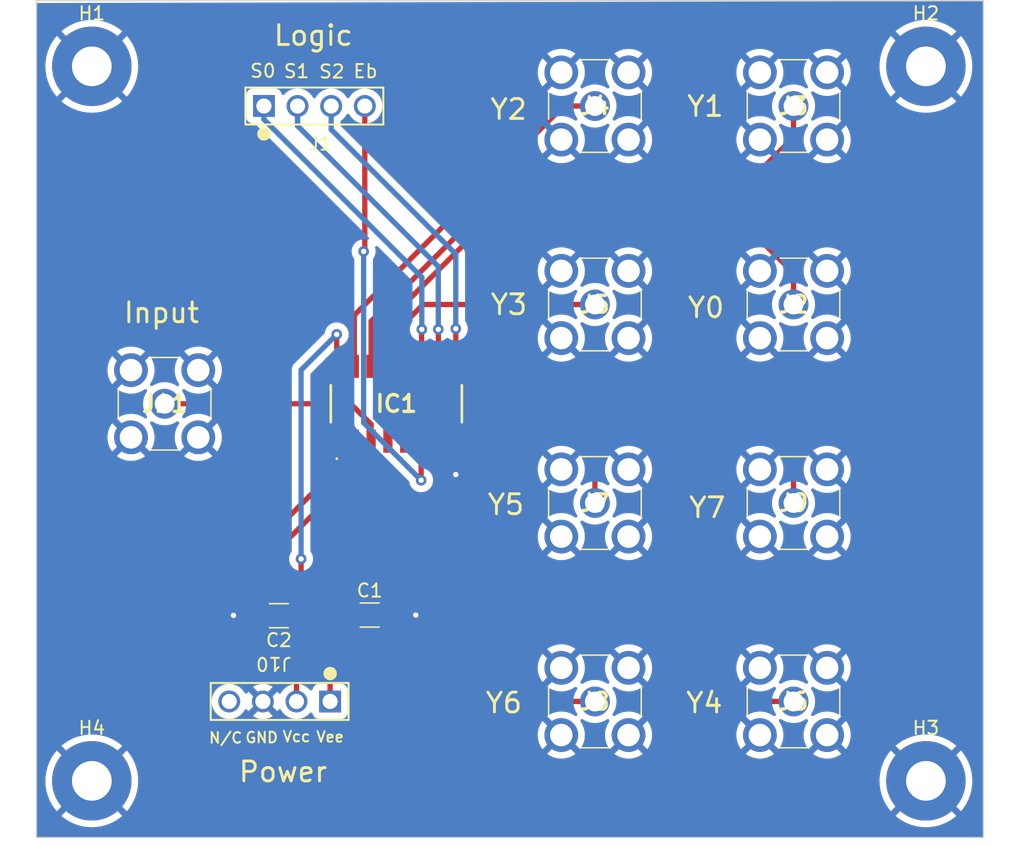
<source format=kicad_pcb>
(kicad_pcb (version 20221018) (generator pcbnew)

  (general
    (thickness 1.6)
  )

  (paper "A4")
  (layers
    (0 "F.Cu" signal)
    (31 "B.Cu" signal)
    (32 "B.Adhes" user "B.Adhesive")
    (33 "F.Adhes" user "F.Adhesive")
    (34 "B.Paste" user)
    (35 "F.Paste" user)
    (36 "B.SilkS" user "B.Silkscreen")
    (37 "F.SilkS" user "F.Silkscreen")
    (38 "B.Mask" user)
    (39 "F.Mask" user)
    (40 "Dwgs.User" user "User.Drawings")
    (41 "Cmts.User" user "User.Comments")
    (42 "Eco1.User" user "User.Eco1")
    (43 "Eco2.User" user "User.Eco2")
    (44 "Edge.Cuts" user)
    (45 "Margin" user)
    (46 "B.CrtYd" user "B.Courtyard")
    (47 "F.CrtYd" user "F.Courtyard")
    (48 "B.Fab" user)
    (49 "F.Fab" user)
    (50 "User.1" user)
    (51 "User.2" user)
    (52 "User.3" user)
    (53 "User.4" user)
    (54 "User.5" user)
    (55 "User.6" user)
    (56 "User.7" user)
    (57 "User.8" user)
    (58 "User.9" user)
  )

  (setup
    (stackup
      (layer "F.SilkS" (type "Top Silk Screen"))
      (layer "F.Paste" (type "Top Solder Paste"))
      (layer "F.Mask" (type "Top Solder Mask") (thickness 0.01))
      (layer "F.Cu" (type "copper") (thickness 0.035))
      (layer "dielectric 1" (type "core") (thickness 1.51) (material "FR4") (epsilon_r 4.5) (loss_tangent 0.02))
      (layer "B.Cu" (type "copper") (thickness 0.035))
      (layer "B.Mask" (type "Bottom Solder Mask") (thickness 0.01))
      (layer "B.Paste" (type "Bottom Solder Paste"))
      (layer "B.SilkS" (type "Bottom Silk Screen"))
      (copper_finish "None")
      (dielectric_constraints no)
    )
    (pad_to_mask_clearance 0)
    (pcbplotparams
      (layerselection 0x00010fc_ffffffff)
      (plot_on_all_layers_selection 0x0000000_00000000)
      (disableapertmacros false)
      (usegerberextensions false)
      (usegerberattributes true)
      (usegerberadvancedattributes true)
      (creategerberjobfile true)
      (dashed_line_dash_ratio 12.000000)
      (dashed_line_gap_ratio 3.000000)
      (svgprecision 4)
      (plotframeref false)
      (viasonmask false)
      (mode 1)
      (useauxorigin false)
      (hpglpennumber 1)
      (hpglpenspeed 20)
      (hpglpendiameter 15.000000)
      (dxfpolygonmode true)
      (dxfimperialunits true)
      (dxfusepcbnewfont true)
      (psnegative false)
      (psa4output false)
      (plotreference true)
      (plotvalue true)
      (plotinvisibletext false)
      (sketchpadsonfab false)
      (subtractmaskfromsilk false)
      (outputformat 1)
      (mirror false)
      (drillshape 1)
      (scaleselection 1)
      (outputdirectory "")
    )
  )

  (net 0 "")
  (net 1 "/Y4")
  (net 2 "/Y6")
  (net 3 "/Z")
  (net 4 "/Y7")
  (net 5 "/Y5")
  (net 6 "/Ebar")
  (net 7 "/Vee")
  (net 8 "GND")
  (net 9 "/S2")
  (net 10 "/S1")
  (net 11 "/S0")
  (net 12 "/Y3")
  (net 13 "/Y0")
  (net 14 "/Y1")
  (net 15 "/Y2")
  (net 16 "/Vcc")
  (net 17 "unconnected-(J10-Pin_4-Pad4)")

  (footprint "MountingHole:MountingHole_3mm_Pad" (layer "F.Cu") (at 137 101))

  (footprint "Capacitor_SMD:C_1206_3216Metric_Pad1.33x1.80mm_HandSolder" (layer "F.Cu") (at 151.13 88.519 180))

  (footprint "DownloadedPartsLib:132134" (layer "F.Cu") (at 190 80))

  (footprint "Capacitor_SMD:C_1206_3216Metric_Pad1.33x1.80mm_HandSolder" (layer "F.Cu") (at 157.988 88.4682))

  (footprint "MountingHole:MountingHole_3mm_Pad" (layer "F.Cu") (at 200 47))

  (footprint "DownloadedPartsLib:132134" (layer "F.Cu") (at 190 95))

  (footprint "DownloadedPartsLib:CONN_61300411121_WRE" (layer "F.Cu") (at 150 50))

  (footprint "DownloadedPartsLib:CONN_61300411121_WRE" (layer "F.Cu") (at 155 95 180))

  (footprint "DownloadedPartsLib:132134" (layer "F.Cu") (at 175 95))

  (footprint "DownloadedPartsLib:132134" (layer "F.Cu") (at 175 50))

  (footprint "DownloadedPartsLib:132134" (layer "F.Cu") (at 175 65))

  (footprint "DownloadedPartsLib:74HC4051D653" (layer "F.Cu") (at 160 72.5))

  (footprint "MountingHole:MountingHole_3mm_Pad" (layer "F.Cu") (at 137 47))

  (footprint "MountingHole:MountingHole_3mm_Pad" (layer "F.Cu") (at 200 101))

  (footprint "DownloadedPartsLib:132134" (layer "F.Cu") (at 190 50))

  (footprint "DownloadedPartsLib:132134" (layer "F.Cu") (at 175 80))

  (footprint "DownloadedPartsLib:132134" (layer "F.Cu") (at 190 65))

  (footprint "DownloadedPartsLib:132134" (layer "F.Cu") (at 142.5 72.5))

  (gr_rect (start 132.8166 42.037) (end 204.343 105.283)
    (stroke (width 0.1) (type default)) (fill none) (layer "Edge.Cuts") (tstamp b769cf77-436b-4348-a7bf-9fe5372b65ea))
  (gr_text "Y5" (at 166.7764 81.0006) (layer "F.SilkS") (tstamp 02d35431-277b-4b26-85f9-6d69e0d27a96)
    (effects (font (size 1.5 1.5) (thickness 0.22)) (justify left bottom))
  )
  (gr_text "Y3" (at 167.005 65.8876) (layer "F.SilkS") (tstamp 0980ab16-2c52-4ac4-b820-696cf8c996be)
    (effects (font (size 1.5 1.5) (thickness 0.22)) (justify left bottom))
  )
  (gr_text "S1" (at 151.4094 47.9552) (layer "F.SilkS") (tstamp 11c27a06-6606-4037-bbcc-fe25d2ca9ca5)
    (effects (font (size 1 1) (thickness 0.15)) (justify left bottom))
  )
  (gr_text "Logic" (at 150.622 45.5422) (layer "F.SilkS") (tstamp 1da106e3-901b-4906-ac9d-16dbce064a9f)
    (effects (font (size 1.5 1.5) (thickness 0.22)) (justify left bottom))
  )
  (gr_text "Vee" (at 153.8732 98.1456) (layer "F.SilkS") (tstamp 1dec3db6-a0e2-4f1a-b927-58e0181b2c63)
    (effects (font (size 0.8 0.8) (thickness 0.15)) (justify left bottom))
  )
  (gr_text "Input" (at 139.2936 66.4972) (layer "F.SilkS") (tstamp 1fab0458-111f-4f90-a5a2-78de25305971)
    (effects (font (size 1.5 1.5) (thickness 0.22)) (justify left bottom))
  )
  (gr_text "GND" (at 148.5138 98.1964) (layer "F.SilkS") (tstamp 25e64a09-a62f-49c9-a102-2511c5974bde)
    (effects (font (size 0.8 0.8) (thickness 0.15)) (justify left bottom))
  )
  (gr_text "Y4" (at 181.7624 95.9866) (layer "F.SilkS") (tstamp 80aa2643-4bf8-4ef6-aace-08cc1e965f27)
    (effects (font (size 1.5 1.5) (thickness 0.22)) (justify left bottom))
  )
  (gr_text "Y7" (at 181.991 81.2292) (layer "F.SilkS") (tstamp 8b643e04-3aeb-4855-a1c7-3e74da35064a)
    (effects (font (size 1.5 1.5) (thickness 0.22)) (justify left bottom))
  )
  (gr_text "Y6" (at 166.624 95.9866) (layer "F.SilkS") (tstamp 9394b9de-4272-4a55-83c8-41f2f06896f7)
    (effects (font (size 1.5 1.5) (thickness 0.22)) (justify left bottom))
  )
  (gr_text "Y0" (at 181.8894 66.1162) (layer "F.SilkS") (tstamp a838afab-705f-47f6-9393-cbaeae96121b)
    (effects (font (size 1.5 1.5) (thickness 0.22)) (justify left bottom))
  )
  (gr_text "Eb\n" (at 156.6672 47.9552) (layer "F.SilkS") (tstamp ca61e7a6-02ce-479d-996b-b65acc82c13e)
    (effects (font (size 1 1) (thickness 0.15)) (justify left bottom))
  )
  (gr_text "Vcc" (at 151.3332 98.1202) (layer "F.SilkS") (tstamp d6085e94-9f55-4187-8fd7-0e966683470c)
    (effects (font (size 0.8 0.8) (thickness 0.15)) (justify left bottom))
  )
  (gr_text "S0" (at 148.8694 47.9298) (layer "F.SilkS") (tstamp dae4ef6a-8caa-4b18-b08e-d408d13f4ea6)
    (effects (font (size 1 1) (thickness 0.15)) (justify left bottom))
  )
  (gr_text "Power" (at 147.9804 101.1936) (layer "F.SilkS") (tstamp deca1c2e-a72b-4a5b-a72a-6bc403a87416)
    (effects (font (size 1.5 1.5) (thickness 0.22)) (justify left bottom))
  )
  (gr_text "Y2" (at 166.9796 51.1302) (layer "F.SilkS") (tstamp e472d822-d2c0-4cb0-8bd2-3615e25df0e3)
    (effects (font (size 1.5 1.5) (thickness 0.22)) (justify left bottom))
  )
  (gr_text "S2" (at 154.0764 47.9806) (layer "F.SilkS") (tstamp e9c377b9-82e3-479b-aa75-ad9f852e6e1e)
    (effects (font (size 1 1) (thickness 0.15)) (justify left bottom))
  )
  (gr_text "N/C" (at 145.7706 98.2218) (layer "F.SilkS") (tstamp f965ecef-a663-47b0-ac69-1db679dda97e)
    (effects (font (size 0.8 0.8) (thickness 0.15)) (justify left bottom))
  )
  (gr_text "Y1" (at 181.8386 50.9016) (layer "F.SilkS") (tstamp ff23529a-b70f-40ba-8b55-ffaf22ee9b86)
    (effects (font (size 1.5 1.5) (thickness 0.22)) (justify left bottom))
  )

  (segment (start 138.9126 86.6648) (end 144.2212 81.3562) (width 0.4) (layer "F.Cu") (net 1) (tstamp 02f52d7b-2c10-4e9f-8ea5-6abd7577def0))
  (segment (start 147.1676 102.2096) (end 138.9126 93.9546) (width 0.4) (layer "F.Cu") (net 1) (tstamp 1880aeb8-861e-4ac3-a4ff-762abf1b8f89))
  (segment (start 190 95) (end 186.432 95) (width 0.4) (layer "F.Cu") (net 1) (tstamp 1bd0eee1-f6aa-4935-a34b-186bf2d6a6aa))
  (segment (start 155.505 77.413) (end 155.505 75.325) (width 0.4) (layer "F.Cu") (net 1) (tstamp 58a20fd0-414e-4c33-88b2-7fa4c4306a57))
  (segment (start 151.5618 81.3562) (end 155.505 77.413) (width 0.4) (layer "F.Cu") (net 1) (tstamp 7e7f75be-814e-44c3-854f-6391bc43d8c7))
  (segment (start 186.432 95) (end 179.2224 102.2096) (width 0.4) (layer "F.Cu") (net 1) (tstamp a8797a6e-0a0c-44ab-8804-364618697690))
  (segment (start 179.2224 102.2096) (end 147.1676 102.2096) (width 0.4) (layer "F.Cu") (net 1) (tstamp d6bb8735-1ee5-4bc6-9e3a-7b18a14f4516))
  (segment (start 138.9126 93.9546) (end 138.9126 86.6648) (width 0.4) (layer "F.Cu") (net 1) (tstamp e1ce7992-4465-45b3-a754-b4bef737b7a8))
  (segment (start 144.2212 81.3562) (end 151.5618 81.3562) (width 0.4) (layer "F.Cu") (net 1) (tstamp f2b27ed3-a1e4-4b05-90be-90f75dea6d49))
  (segment (start 162.2512 95) (end 157.7594 99.4918) (width 0.4) (layer "F.Cu") (net 2) (tstamp 05a6c31e-0561-4c57-9e54-9ac08baec35a))
  (segment (start 146.177 99.4918) (end 142.4178 95.7326) (width 0.4) (layer "F.Cu") (net 2) (tstamp 3ade748b-4370-41c3-8bea-40f6419def41))
  (segment (start 142.4178 86.9188) (end 142.3924 86.8934) (width 0.4) (layer "F.Cu") (net 2) (tstamp 5c89975e-407d-4c5d-a4bc-0e899758c44f))
  (segment (start 142.3924 86.8934) (end 145.8594 83.4264) (width 0.4) (layer "F.Cu") (net 2) (tstamp 65e8ae14-9e38-43cf-9b27-77797ebc0846))
  (segment (start 157.7594 99.4918) (end 146.177 99.4918) (width 0.4) (layer "F.Cu") (net 2) (tstamp 6da04a2f-101c-4161-9f56-3f187489da60))
  (segment (start 151.1426 83.4264) (end 156.825 77.744) (width 0.4) (layer "F.Cu") (net 2) (tstamp 75a5b208-b53c-4de3-9583-145c0ce49eb1))
  (segment (start 142.4178 95.7326) (end 142.4178 86.9188) (width 0.4) (layer "F.Cu") (net 2) (tstamp c92ed297-b15f-47e8-b0b0-cc88f52816b7))
  (segment (start 156.825 77.744) (end 156.825 75.325) (width 0.4) (layer "F.Cu") (net 2) (tstamp d0058f13-5a82-4058-bf6c-bcf4515d4e30))
  (segment (start 175 95) (end 162.2512 95) (width 0.4) (layer "F.Cu") (net 2) (tstamp e8a3e74f-3f2b-49fc-bc64-2b47f38a9ca6))
  (segment (start 145.8594 83.4264) (end 151.1426 83.4264) (width 0.4) (layer "F.Cu") (net 2) (tstamp eff3acc0-b546-45af-bd1e-597fa8bd4ea1))
  (segment (start 142.5 72.5) (end 156.545 72.5) (width 0.4) (layer "F.Cu") (net 3) (tstamp 1d558159-2eb2-4f54-8f2f-5c11fc8b9427))
  (segment (start 156.545 72.5) (end 158.095 74.05) (width 0.4) (layer "F.Cu") (net 3) (tstamp 4c6aea69-eff6-4e0f-9437-1c1ae75076ff))
  (segment (start 158.095 74.05) (end 158.095 75.325) (width 0.4) (layer "F.Cu") (net 3) (tstamp 5c3a6de5-6799-4042-bcdd-8f8e0339e298))
  (segment (start 159.365 73.4514) (end 159.365 75.325) (width 0.4) (layer "F.Cu") (net 4) (tstamp 0262d4e4-a55c-49df-a632-ca6831dc10fd))
  (segment (start 160.7566 72.0598) (end 159.365 73.4514) (width 0.4) (layer "F.Cu") (net 4) (tstamp 0db4ed19-45d6-4748-9160-cffa195e56ed))
  (segment (start 186.1058 72.0598) (end 160.7566 72.0598) (width 0.4) (layer "F.Cu") (net 4) (tstamp 22801864-8c7b-4b1b-9dca-d5e5f9d6cabd))
  (segment (start 190 80) (end 190 75.954) (width 0.4) (layer "F.Cu") (net 4) (tstamp 69665d13-a411-4ac1-9a14-5d782917decd))
  (segment (start 190 75.954) (end 186.1058 72.0598) (width 0.4) (layer "F.Cu") (net 4) (tstamp d65677cb-96be-49c3-8542-8e300e217610))
  (segment (start 172.339 73.152) (end 161.4424 73.152) (width 0.4) (layer "F.Cu") (net 5) (tstamp 39c30706-b717-4927-bf73-831e34fd669f))
  (segment (start 160.635 73.9594) (end 160.635 75.325) (width 0.4) (layer "F.Cu") (net 5) (tstamp 5cef3e5b-7796-4981-a436-2d66ec2801aa))
  (segment (start 175 75.813) (end 172.339 73.152) (width 0.4) (layer "F.Cu") (net 5) (tstamp 6539cd56-2060-44b4-98fd-7fb09542d4c3))
  (segment (start 161.4424 73.152) (end 160.635 73.9594) (width 0.4) (layer "F.Cu") (net 5) (tstamp 7ba2939e-74aa-4327-a283-70d1d4e6ae18))
  (segment (start 175 80) (end 175 75.813) (width 0.4) (layer "F.Cu") (net 5) (tstamp a68da7f6-461c-407c-9793-a16dafb58045))
  (segment (start 161.8742 75.3558) (end 161.905 75.325) (width 0.4) (layer "F.Cu") (net 6) (tstamp 0b157d75-00ef-4d4e-bdf1-c7c5ebca3ad2))
  (segment (start 161.8742 78.2828) (end 161.8742 75.3558) (width 0.4) (layer "F.Cu") (net 6) (tstamp 164a2dbb-0d0b-48bd-8295-c03ab32dce3c))
  (segment (start 157.62 60.8962) (end 157.5308 60.9854) (width 0.4) (layer "F.Cu") (net 6) (tstamp 7675e9b9-98ae-4a4d-b80e-084cb18c2551))
  (segment (start 157.62 50) (end 157.62 60.8962) (width 0.4) (layer "F.Cu") (net 6) (tstamp e8e8a283-c4ff-4f3e-a27e-c58da0dc4ab7))
  (via (at 157.5308 60.9854) (size 0.8) (drill 0.4) (layers "F.Cu" "B.Cu") (net 6) (tstamp 0f9fee3f-a154-4028-8c6c-76dbe28f7e35))
  (via (at 161.8742 78.2828) (size 0.8) (drill 0.4) (layers "F.Cu" "B.Cu") (net 6) (tstamp e8c560f2-56a6-49e0-9091-3ed127c9f15e))
  (segment (start 157.5308 73.9394) (end 161.8742 78.2828) (width 0.4) (layer "B.Cu") (net 6) (tstamp 261740dd-b95e-467b-a09a-f57b5d77f9d2))
  (segment (start 157.5308 60.9854) (end 157.5308 73.9394) (width 0.4) (layer "B.Cu") (net 6) (tstamp 96cf1eb4-5b1e-4688-b11a-c5b98948201e))
  (segment (start 155 92.2944) (end 156.4255 90.8689) (width 0.4) (layer "F.Cu") (net 7) (tstamp 0ee1a9fd-1c7d-4a18-a83d-f954ec8211eb))
  (segment (start 156.4255 90.8689) (end 156.4255 88.4682) (width 0.4) (layer "F.Cu") (net 7) (tstamp 5e6ecd00-118b-4976-9277-e9d6f7ad76ca))
  (segment (start 155 95) (end 155 92.2944) (width 0.4) (layer "F.Cu") (net 7) (tstamp 7a68462b-16bc-41f5-9461-6882897d388a))
  (segment (start 156.4255 88.4682) (end 156.4255 86.8049) (width 0.4) (layer "F.Cu") (net 7) (tstamp 7e9699af-d298-4f33-b532-7fd0fc7e006e))
  (segment (start 163.175 80.0554) (end 163.175 75.325) (width 0.4) (layer "F.Cu") (net 7) (tstamp 809a13cb-c5f6-4433-988d-616908a3e761))
  (segment (start 156.4255 86.8049) (end 163.175 80.0554) (width 0.4) (layer "F.Cu") (net 7) (tstamp fdbdcc99-d453-4b2b-9af8-11b5d5a3c82b))
  (segment (start 149.5675 88.519) (end 147.7264 88.519) (width 0.4) (layer "F.Cu") (net 8) (tstamp 0733215c-9458-47de-9dd9-7dd4a1902d66))
  (segment (start 164.495 75.325) (end 164.495 77.8464) (width 0.4) (layer "F.Cu") (net 8) (tstamp 10db329a-a219-433c-a850-7a71057f7344))
  (segment (start 164.495 77.8464) (end 164.4904 77.851) (width 0.4) (layer "F.Cu") (net 8) (tstamp 86f4fcb3-b3d7-49b8-b3df-e083c2c6edb2))
  (segment (start 147.7264 88.519) (end 147.701 88.4936) (width 0.4) (layer "F.Cu") (net 8) (tstamp c964ab94-b3dc-4cb9-bd20-abcf372754c0))
  (segment (start 159.5505 88.4682) (end 161.4678 88.4682) (width 0.4) (layer "F.Cu") (net 8) (tstamp e38629fc-385f-438a-906b-dbd11f12e7d6))
  (via (at 147.701 88.4936) (size 0.8) (drill 0.4) (layers "F.Cu" "B.Cu") (net 8) (tstamp 490c2b29-2797-4a9e-99fb-5c0c1a07cf2f))
  (via (at 161.4678 88.4682) (size 0.8) (drill 0.4) (layers "F.Cu" "B.Cu") (net 8) (tstamp c2ced349-8984-4f04-b667-a75a4809b4b0))
  (via (at 164.4904 77.851) (size 0.8) (drill 0.4) (layers "F.Cu" "B.Cu") (net 8) (tstamp cd86e664-5ade-48b1-bc1f-8405cb80902d))
  (segment (start 164.495 66.832) (end 164.4904 66.8274) (width 0.4) (layer "F.Cu") (net 9) (tstamp 44c8a556-446e-454b-8657-fb249f7d83ad))
  (segment (start 164.495 69.675) (end 164.495 66.832) (width 0.4) (layer "F.Cu") (net 9) (tstamp a86c75fa-ee11-40cf-86ba-e14110ca352d))
  (via (at 164.4904 66.8274) (size 0.8) (drill 0.4) (layers "F.Cu" "B.Cu") (net 9) (tstamp e6a43e11-4dc2-40d1-abf3-a2aabbc2e11d))
  (segment (start 164.4904 61.1886) (end 155.08 51.7782) (width 0.4) (layer "B.Cu") (net 9) (tstamp 171ff8c5-3455-4d4e-8e1c-f8834cb96b14))
  (segment (start 164.4904 66.8274) (end 164.4904 61.1886) (width 0.4) (layer "B.Cu") (net 9) (tstamp 5af8333a-6af2-487c-affc-e22be95e7314))
  (segment (start 155.08 51.7782) (end 155.08 50) (width 0.4) (layer "B.Cu") (net 9) (tstamp 94f21a22-c5df-4bf9-8bed-85298d0f7bdd))
  (segment (start 163.175 66.8836) (end 163.1696 66.8782) (width 0.4) (layer "F.Cu") (net 10) (tstamp 532d67c1-c8c5-416b-a73b-0df56020d696))
  (segment (start 163.175 69.675) (end 163.175 66.8836) (width 0.4) (layer "F.Cu") (net 10) (tstamp cf7b2d81-a6a5-4938-9e8a-52c0eb576469))
  (via (at 163.1696 66.8782) (size 0.8) (drill 0.4) (layers "F.Cu" "B.Cu") (net 10) (tstamp 5f9082ca-ad44-45ac-82c2-23f754f21d43))
  (segment (start 163.1696 62.1284) (end 152.54 51.4988) (width 0.4) (layer "B.Cu") (net 10) (tstamp 16bdb156-6efc-428e-969d-eea9671932de))
  (segment (start 163.1696 66.8782) (end 163.1696 62.1284) (width 0.4) (layer "B.Cu") (net 10) (tstamp 5a7eed79-67c4-47a8-91fc-759f1473d3cb))
  (segment (start 152.54 51.4988) (end 152.54 50) (width 0.4) (layer "B.Cu") (net 10) (tstamp c2994fc6-94f6-48a4-96af-82346656d32d))
  (segment (start 161.905 66.8982) (end 161.925 66.8782) (width 0.4) (layer "F.Cu") (net 11) (tstamp 1d0ea843-f79e-4cb1-9d91-d0baa82cf0f6))
  (segment (start 161.905 69.675) (end 161.905 66.8982) (width 0.4) (layer "F.Cu") (net 11) (tstamp 36043927-de90-4d26-9514-d912cf2e1d0c))
  (via (at 161.925 66.8782) (size 0.8) (drill 0.4) (layers "F.Cu" "B.Cu") (net 11) (tstamp ba65a5a3-b066-40fb-888b-485e38e51855))
  (segment (start 161.925 62.9412) (end 150 51.0162) (width 0.4) (layer "B.Cu") (net 11) (tstamp 1c9d85c4-327f-4984-8817-7c8a70768ceb))
  (segment (start 161.925 66.8782) (end 161.925 62.9412) (width 0.4) (layer "B.Cu") (net 11) (tstamp 36e3595b-3c5a-4d3b-8067-15b18baeeba5))
  (segment (start 150 51.0162) (end 150 50) (width 0.4) (layer "B.Cu") (net 11) (tstamp 81b78495-dcc7-44fa-a8e4-1fc35831cfba))
  (segment (start 175 65) (end 162.0252 65) (width 0.4) (layer "F.Cu") (net 12) (tstamp 4d120967-91c4-4545-8e4d-ff3e7ab3fb6d))
  (segment (start 160.635 66.3902) (end 160.635 69.675) (width 0.4) (layer "F.Cu") (net 12) (tstamp 9d3e56da-b6d0-4a63-990b-b695f877d36e))
  (segment (start 162.0252 65) (end 160.635 66.3902) (width 0.4) (layer "F.Cu") (net 12) (tstamp c43b299c-6e5d-4040-bc4e-3cefd52640c7))
  (segment (start 190 62.631192) (end 187.109608 59.7408) (width 0.4) (layer "F.Cu") (net 13) (tstamp 3f40bbb3-111c-4aa7-8742-6117271029a0))
  (segment (start 187.109608 59.7408) (end 165.8366 59.7408) (width 0.4) (layer "F.Cu") (net 13) (tstamp 5ae752f3-f2ec-40ed-abcc-f073d19e4331))
  (segment (start 159.365 66.2124) (end 159.365 69.675) (width 0.4) (layer "F.Cu") (net 13) (tstamp 62068669-3b28-4f4a-8464-5b6f2752672a))
  (segment (start 190 65) (end 190 62.631192) (width 0.4) (layer "F.Cu") (net 13) (tstamp 787f83a4-dec8-4f18-8579-5abe022ceb15))
  (segment (start 165.8366 59.7408) (end 159.365 66.2124) (width 0.4) (layer "F.Cu") (net 13) (tstamp ca01c1d6-6725-4858-a229-09e5a9039004))
  (segment (start 165.5476 58.8106) (end 158.095 66.2632) (width 0.4) (layer "F.Cu") (net 14) (tstamp 148e7983-2f3c-465f-b25a-1121163e99a9))
  (segment (start 190 52.368808) (end 183.558208 58.8106) (width 0.4) (layer "F.Cu") (net 14) (tstamp 2b3e1d69-2126-47d6-9a70-7e53d21c0c57))
  (segment (start 158.095 66.2632) (end 158.095 69.675) (width 0.4) (layer "F.Cu") (net 14) (tstamp 4a910c31-0c06-4b35-a135-85959fbc6464))
  (segment (start 183.558208 58.8106) (end 165.5476 58.8106) (width 0.4) (layer "F.Cu") (net 14) (tstamp c2c72cac-4580-4176-8ae7-abe46abdd0e9))
  (segment (start 190 50) (end 190 52.368808) (width 0.4) (layer "F.Cu") (net 14) (tstamp d8be93ad-f8f0-4a0f-8673-027b72b8461f))
  (segment (start 172.631192 50) (end 156.825 65.806192) (width 0.4) (layer "F.Cu") (net 15) (tstamp 36dace25-4b4e-4b45-b9ac-6aa80d761251))
  (segment (start 175 50) (end 172.631192 50) (width 0.4) (layer "F.Cu") (net 15) (tstamp d8f15238-ccb8-4b26-8d9e-5ee6d7dae19b))
  (segment (start 156.825 65.806192) (end 156.825 69.675) (width 0.4) (layer "F.Cu") (net 15) (tstamp e9c92963-cfac-4911-8f57-e66a85541b65))
  (segment (start 152.46 88.7515) (end 152.6925 88.519) (width 0.4) (layer "F.Cu") (net 16) (tstamp 1569da51-b80e-4a5e-a2d7-96c02a27a1e3))
  (segment (start 152.46 95) (end 152.46 88.7515) (width 0.4) (layer "F.Cu") (net 16) (tstamp 54400df7-f599-4226-9b1f-2130e0dce259))
  (segment (start 152.6925 88.519) (end 152.8064 88.4051) (width 0.4) (layer "F.Cu") (net 16) (tstamp 5c9eef2b-0792-44ca-b624-6db38e9936fd))
  (segment (start 152.8064 88.4051) (end 152.8064 84.2264) (width 0.4) (layer "F.Cu") (net 16) (tstamp 8db476b1-ce19-41f3-a065-3871c6b35e84))
  (segment (start 155.4988 69.6688) (end 155.505 69.675) (width 0.4) (layer "F.Cu") (net 16) (tstamp bba33ab5-457e-44e4-974f-ca4693fb783f))
  (segment (start 155.4988 67.2592) (end 155.4988 69.6688) (width 0.4) (layer "F.Cu") (net 16) (tstamp fbaedbd7-93be-4e74-b031-6f283e710f59))
  (via (at 152.8064 84.2264) (size 0.8) (drill 0.4) (layers "F.Cu" "B.Cu") (net 16) (tstamp 5f335b6c-7f7a-4b45-ad1e-99c68bd2af9d))
  (via (at 155.4988 67.2592) (size 0.8) (drill 0.4) (layers "F.Cu" "B.Cu") (net 16) (tstamp bc270b0e-cdfe-41c2-8f4a-bb327e344b9e))
  (segment (start 152.8064 69.9516) (end 155.4988 67.2592) (width 0.4) (layer "B.Cu") (net 16) (tstamp 138172ec-efdb-42ef-9ed5-a18e395fd300))
  (segment (start 152.8064 84.2264) (end 152.8064 69.9516) (width 0.4) (layer "B.Cu") (net 16) (tstamp afc485d4-06e0-4a3e-aa4d-db6e70a62451))

  (zone (net 8) (net_name "GND") (layer "B.Cu") (tstamp 5803bed5-2de3-4287-ac9a-442355e85461) (hatch edge 0.5)
    (connect_pads (clearance 0.5))
    (min_thickness 0.25) (filled_areas_thickness no)
    (fill yes (thermal_gap 0.5) (thermal_bridge_width 0.5))
    (polygon
      (pts
        (xy 131.6482 42.2148)
        (xy 207.4164 42.0624)
        (xy 207.4164 105.3084)
        (xy 131.6482 105.4608)
      )
    )
    (filled_polygon
      (layer "B.Cu")
      (pts
        (xy 204.28533 42.088381)
        (xy 204.331191 42.141093)
        (xy 204.3425 42.192831)
        (xy 204.3425 105.1585)
        (xy 204.322815 105.225539)
        (xy 204.270011 105.271294)
        (xy 204.2185 105.2825)
        (xy 132.9411 105.2825)
        (xy 132.874061 105.262815)
        (xy 132.828306 105.210011)
        (xy 132.8171 105.1585)
        (xy 132.8171 101)
        (xy 133.495197 101)
        (xy 133.514397 101.366353)
        (xy 133.571784 101.728684)
        (xy 133.571784 101.728686)
        (xy 133.666736 102.083051)
        (xy 133.798204 102.425535)
        (xy 133.964754 102.752406)
        (xy 134.164549 103.060064)
        (xy 134.353297 103.293147)
        (xy 135.776389 101.870056)
        (xy 135.892632 102.019404)
        (xy 136.075523 102.187768)
        (xy 136.130116 102.223435)
        (xy 134.706851 103.646701)
        (xy 134.939935 103.83545)
        (xy 135.247593 104.035245)
        (xy 135.574464 104.201795)
        (xy 135.916948 104.333263)
        (xy 136.271314 104.428215)
        (xy 136.633646 104.485602)
        (xy 136.999999 104.504803)
        (xy 137.000001 104.504803)
        (xy 137.366353 104.485602)
        (xy 137.728684 104.428215)
        (xy 137.728686 104.428215)
        (xy 138.083051 104.333263)
        (xy 138.425535 104.201795)
        (xy 138.752406 104.035245)
        (xy 139.060065 103.83545)
        (xy 139.293148 103.646702)
        (xy 139.293148 103.646701)
        (xy 137.869883 102.223435)
        (xy 137.924477 102.187768)
        (xy 138.107368 102.019404)
        (xy 138.22361 101.870056)
        (xy 139.646702 103.293148)
        (xy 139.83545 103.060065)
        (xy 140.035245 102.752406)
        (xy 140.201795 102.425535)
        (xy 140.333263 102.083051)
        (xy 140.428215 101.728686)
        (xy 140.428215 101.728684)
        (xy 140.485602 101.366353)
        (xy 140.504803 101)
        (xy 196.495197 101)
        (xy 196.514397 101.366353)
        (xy 196.571784 101.728684)
        (xy 196.571784 101.728686)
        (xy 196.666736 102.083051)
        (xy 196.798204 102.425535)
        (xy 196.964754 102.752406)
        (xy 197.164549 103.060064)
        (xy 197.353297 103.293147)
        (xy 198.776389 101.870056)
        (xy 198.892632 102.019404)
        (xy 199.075523 102.187768)
        (xy 199.130116 102.223435)
        (xy 197.706851 103.646701)
        (xy 197.939935 103.83545)
        (xy 198.247593 104.035245)
        (xy 198.574464 104.201795)
        (xy 198.916948 104.333263)
        (xy 199.271314 104.428215)
        (xy 199.633646 104.485602)
        (xy 199.999999 104.504803)
        (xy 200.000001 104.504803)
        (xy 200.366353 104.485602)
        (xy 200.728684 104.428215)
        (xy 200.728686 104.428215)
        (xy 201.083051 104.333263)
        (xy 201.425535 104.201795)
        (xy 201.752406 104.035245)
        (xy 202.060065 103.83545)
        (xy 202.293148 103.646702)
        (xy 202.293148 103.646701)
        (xy 200.869883 102.223435)
        (xy 200.924477 102.187768)
        (xy 201.107368 102.019404)
        (xy 201.22361 101.870057)
        (xy 202.646701 103.293148)
        (xy 202.646702 103.293148)
        (xy 202.83545 103.060065)
        (xy 203.035245 102.752406)
        (xy 203.201795 102.425535)
        (xy 203.333263 102.083051)
        (xy 203.428215 101.728686)
        (xy 203.428215 101.728684)
        (xy 203.485602 101.366353)
        (xy 203.504803 101)
        (xy 203.504803 100.999999)
        (xy 203.485602 100.633646)
        (xy 203.428215 100.271315)
        (xy 203.428215 100.271313)
        (xy 203.333263 99.916948)
        (xy 203.201795 99.574464)
        (xy 203.035245 99.247594)
        (xy 202.83545 98.939935)
        (xy 202.646701 98.706851)
        (xy 201.223609 100.129942)
        (xy 201.107368 99.980596)
        (xy 200.924477 99.812232)
        (xy 200.869882 99.776563)
        (xy 202.293148 98.353297)
        (xy 202.060064 98.164549)
        (xy 201.752406 97.964754)
        (xy 201.425535 97.798204)
        (xy 201.083051 97.666736)
        (xy 200.728685 97.571784)
        (xy 200.366353 97.514397)
        (xy 200.000001 97.495197)
        (xy 199.999999 97.495197)
        (xy 199.633646 97.514397)
        (xy 199.271315 97.571784)
        (xy 199.271313 97.571784)
        (xy 198.916948 97.666736)
        (xy 198.574464 97.798204)
        (xy 198.247594 97.964754)
        (xy 197.939929 98.164553)
        (xy 197.706851 98.353297)
        (xy 199.130117 99.776563)
        (xy 199.075523 99.812232)
        (xy 198.892632 99.980596)
        (xy 198.776389 100.129943)
        (xy 197.353297 98.706851)
        (xy 197.164553 98.939929)
        (xy 196.964754 99.247594)
        (xy 196.798204 99.574464)
        (xy 196.666736 99.916948)
        (xy 196.571784 100.271313)
        (xy 196.571784 100.271315)
        (xy 196.514397 100.633646)
        (xy 196.495197 100.999999)
        (xy 196.495197 101)
        (xy 140.504803 101)
        (xy 140.504803 100.999999)
        (xy 140.485602 100.633646)
        (xy 140.428215 100.271315)
        (xy 140.428215 100.271313)
        (xy 140.333263 99.916948)
        (xy 140.201795 99.574464)
        (xy 140.035245 99.247594)
        (xy 139.83545 98.939935)
        (xy 139.646701 98.706851)
        (xy 138.223609 100.129942)
        (xy 138.107368 99.980596)
        (xy 137.924477 99.812232)
        (xy 137.869882 99.776563)
        (xy 139.293148 98.353297)
        (xy 139.060064 98.164549)
        (xy 138.752406 97.964754)
        (xy 138.425535 97.798204)
        (xy 138.083051 97.666736)
        (xy 137.728685 97.571784)
        (xy 137.528031 97.540004)
        (xy 170.680023 97.540004)
        (xy 170.699903 97.80529)
        (xy 170.699903 97.805292)
        (xy 170.759098 98.064643)
        (xy 170.759104 98.064662)
        (xy 170.856296 98.312303)
        (xy 170.989316 98.5427)
        (xy 171.040083 98.606361)
        (xy 171.040084 98.606361)
        (xy 171.708766 97.937679)
        (xy 171.752316 98.019822)
        (xy 171.872009 98.160735)
        (xy 172.019195 98.272623)
        (xy 172.061402 98.29215)
        (xy 171.39284 98.960711)
        (xy 171.570011 99.081504)
        (xy 171.570015 99.081506)
        (xy 171.809695 99.196931)
        (xy 171.809699 99.196932)
        (xy 172.063909 99.275346)
        (xy 172.063915 99.275347)
        (xy 172.326976 99.314999)
        (xy 172.326983 99.315)
        (xy 172.593017 99.315)
        (xy 172.593023 99.314999)
        (xy 172.856084 99.275347)
        (xy 172.85609 99.275346)
        (xy 173.110299 99.196933)
        (xy 173.349992 99.081503)
        (xy 173.527158 98.960711)
        (xy 172.858609 98.292161)
        (xy 172.977431 98.220669)
        (xy 173.111658 98.093523)
        (xy 173.214861 97.941308)
        (xy 173.879914 98.606361)
        (xy 173.879915 98.60636)
        (xy 173.930679 98.542706)
        (xy 173.930686 98.542695)
        (xy 174.063703 98.312303)
        (xy 174.160895 98.064662)
        (xy 174.160901 98.064643)
        (xy 174.220096 97.805292)
        (xy 174.220096 97.80529)
        (xy 174.239977 97.540004)
        (xy 174.239977 97.539995)
        (xy 174.220096 97.274709)
        (xy 174.220096 97.274707)
        (xy 174.160901 97.015356)
        (xy 174.160895 97.015337)
        (xy 174.063703 96.767696)
        (xy 173.930684 96.5373)
        (xy 173.924452 96.529485)
        (xy 173.898044 96.464798)
        (xy 173.910801 96.396103)
        (xy 173.958673 96.34521)
        (xy 174.02646 96.328277)
        (xy 174.08619 96.346447)
        (xy 174.259757 96.452809)
        (xy 174.25976 96.452811)
        (xy 174.463734 96.537299)
        (xy 174.49614 96.550722)
        (xy 174.74493 96.610452)
        (xy 175 96.630526)
        (xy 175.25507 96.610452)
        (xy 175.50386 96.550722)
        (xy 175.622051 96.501765)
        (xy 175.740239 96.452811)
        (xy 175.74024 96.45281)
        (xy 175.740243 96.452809)
        (xy 175.913811 96.346446)
        (xy 175.981254 96.328202)
        (xy 176.047857 96.349318)
        (xy 176.092471 96.40309)
        (xy 176.100931 96.472445)
        (xy 176.075551 96.52948)
        (xy 176.069317 96.537298)
        (xy 176.069316 96.537299)
        (xy 175.936296 96.767696)
        (xy 175.839104 97.015337)
        (xy 175.839098 97.015356)
        (xy 175.779903 97.274707)
        (xy 175.779903 97.274709)
        (xy 175.760023 97.539995)
        (xy 175.760023 97.540004)
        (xy 175.779903 97.80529)
        (xy 175.779903 97.805292)
        (xy 175.839098 98.064643)
        (xy 175.839104 98.064662)
        (xy 175.936296 98.312303)
        (xy 176.069316 98.5427)
        (xy 176.120083 98.606361)
        (xy 176.788766 97.937678)
        (xy 176.832316 98.019822)
        (xy 176.952009 98.160735)
        (xy 177.099195 98.272623)
        (xy 177.141402 98.29215)
        (xy 176.47284 98.960711)
        (xy 176.650011 99.081504)
        (xy 176.650015 99.081506)
        (xy 176.889695 99.196931)
        (xy 176.889699 99.196932)
        (xy 177.143909 99.275346)
        (xy 177.143915 99.275347)
        (xy 177.406976 99.314999)
        (xy 177.406983 99.315)
        (xy 177.673017 99.315)
        (xy 177.673023 99.314999)
        (xy 177.936084 99.275347)
        (xy 177.93609 99.275346)
        (xy 178.190299 99.196933)
        (xy 178.429992 99.081503)
        (xy 178.607158 98.960711)
        (xy 177.938609 98.292161)
        (xy 178.057431 98.220669)
        (xy 178.191658 98.093523)
        (xy 178.294861 97.941308)
        (xy 178.959914 98.606361)
        (xy 178.959915 98.60636)
        (xy 179.010679 98.542706)
        (xy 179.010686 98.542695)
        (xy 179.143703 98.312303)
        (xy 179.240895 98.064662)
        (xy 179.240901 98.064643)
        (xy 179.300096 97.805292)
        (xy 179.300096 97.80529)
        (xy 179.319977 97.540004)
        (xy 185.680023 97.540004)
        (xy 185.699903 97.80529)
        (xy 185.699903 97.805292)
        (xy 185.759098 98.064643)
        (xy 185.759104 98.064662)
        (xy 185.856296 98.312303)
        (xy 185.989316 98.5427)
        (xy 186.040083 98.606361)
        (xy 186.040084 98.606361)
        (xy 186.708766 97.937679)
        (xy 186.752316 98.019822)
        (xy 186.872009 98.160735)
        (xy 187.019195 98.272623)
        (xy 187.061402 98.29215)
        (xy 186.39284 98.960711)
        (xy 186.570011 99.081504)
        (xy 186.570015 99.081506)
        (xy 186.809695 99.196931)
        (xy 186.809699 99.196932)
        (xy 187.063909 99.275346)
        (xy 187.063915 99.275347)
        (xy 187.326976 99.314999)
        (xy 187.326983 99.315)
        (xy 187.593017 99.315)
        (xy 187.593023 99.314999)
        (xy 187.856084 99.275347)
        (xy 187.85609 99.275346)
        (xy 188.110299 99.196933)
        (xy 188.349992 99.081503)
        (xy 188.527158 98.960711)
        (xy 187.858609 98.292161)
        (xy 187.977431 98.220669)
        (xy 188.111658 98.093523)
        (xy 188.214861 97.941308)
        (xy 188.879914 98.606361)
        (xy 188.879915 98.60636)
        (xy 188.930679 98.542706)
        (xy 188.930686 98.542695)
        (xy 189.063703 98.312303)
        (xy 189.160895 98.064662)
        (xy 189.160901 98.064643)
        (xy 189.220096 97.805292)
        (xy 189.220096 97.80529)
        (xy 189.239977 97.540004)
        (xy 189.239977 97.539995)
        (xy 189.220096 97.274709)
        (xy 189.220096 97.274707)
        (xy 189.160901 97.015356)
        (xy 189.160895 97.015337)
        (xy 189.063703 96.767696)
        (xy 188.930684 96.5373)
        (xy 188.924452 96.529485)
        (xy 188.898044 96.464798)
        (xy 188.910801 96.396103)
        (xy 188.958673 96.34521)
        (xy 189.02646 96.328277)
        (xy 189.08619 96.346447)
        (xy 189.259757 96.452809)
        (xy 189.25976 96.452811)
        (xy 189.463734 96.537299)
        (xy 189.49614 96.550722)
        (xy 189.74493 96.610452)
        (xy 190 96.630526)
        (xy 190.25507 96.610452)
        (xy 190.50386 96.550722)
        (xy 190.622051 96.501765)
        (xy 190.740239 96.452811)
        (xy 190.74024 96.45281)
        (xy 190.740243 96.452809)
        (xy 190.913811 96.346446)
        (xy 190.981254 96.328202)
        (xy 191.047857 96.349318)
        (xy 191.092471 96.40309)
        (xy 191.100931 96.472445)
        (xy 191.075551 96.52948)
        (xy 191.069317 96.537298)
        (xy 191.069316 96.537299)
        (xy 190.936296 96.767696)
        (xy 190.839104 97.015337)
        (xy 190.839098 97.015356)
        (xy 190.779903 97.274707)
        (xy 190.779903 97.274709)
        (xy 190.760023 97.539995)
        (xy 190.760023 97.540004)
        (xy 190.779903 97.80529)
        (xy 190.779903 97.805292)
        (xy 190.839098 98.064643)
        (xy 190.839104 98.064662)
        (xy 190.936296 98.312303)
        (xy 191.069316 98.5427)
        (xy 191.120083 98.606361)
        (xy 191.788766 97.937678)
        (xy 191.832316 98.019822)
        (xy 191.952009 98.160735)
        (xy 192.099195 98.272623)
        (xy 192.141402 98.29215)
        (xy 191.47284 98.960711)
        (xy 191.650011 99.081504)
        (xy 191.650015 99.081506)
        (xy 191.889695 99.196931)
        (xy 191.889699 99.196932)
        (xy 192.143909 99.275346)
        (xy 192.143915 99.275347)
        (xy 192.406976 99.314999)
        (xy 192.406983 99.315)
        (xy 192.673017 99.315)
        (xy 192.673023 99.314999)
        (xy 192.936084 99.275347)
        (xy 192.93609 99.275346)
        (xy 193.190299 99.196933)
        (xy 193.429992 99.081503)
        (xy 193.607158 98.960711)
        (xy 192.938609 98.292161)
        (xy 193.057431 98.220669)
        (xy 193.191658 98.093523)
        (xy 193.294861 97.941308)
        (xy 193.959914 98.606361)
        (xy 193.959915 98.60636)
        (xy 194.010679 98.542706)
        (xy 194.010686 98.542695)
        (xy 194.143703 98.312303)
        (xy 194.240895 98.064662)
        (xy 194.240901 98.064643)
        (xy 194.300096 97.805292)
        (xy 194.300096 97.80529)
        (xy 194.319977 97.540004)
        (xy 194.319977 97.539995)
        (xy 194.300096 97.274709)
        (xy 194.300096 97.274707)
        (xy 194.240901 97.015356)
        (xy 194.240895 97.015337)
        (xy 194.143703 96.767696)
        (xy 194.010683 96.537299)
        (xy 193.959915 96.473637)
        (xy 193.291232 97.142319)
        (xy 193.247684 97.060178)
        (xy 193.127991 96.919265)
        (xy 192.980805 96.807377)
        (xy 192.938596 96.787849)
        (xy 193.607158 96.119287)
        (xy 193.429984 95.998492)
        (xy 193.190299 95.883066)
        (xy 192.93609 95.804653)
        (xy 192.936084 95.804652)
        (xy 192.673023 95.765)
        (xy 192.406976 95.765)
        (xy 192.143915 95.804652)
        (xy 192.143909 95.804653)
        (xy 191.889699 95.883067)
        (xy 191.889695 95.883068)
        (xy 191.650015 95.998493)
        (xy 191.650011 95.998495)
        (xy 191.517078 96.089127)
        (xy 191.450599 96.110627)
        (xy 191.383049 96.092773)
        (xy 191.335875 96.041232)
        (xy 191.324055 95.97237)
        (xy 191.3415 95.921883)
        (xy 191.371227 95.873373)
        (xy 191.452809 95.740243)
        (xy 191.483859 95.665283)
        (xy 191.517991 95.582879)
        (xy 191.550722 95.50386)
        (xy 191.610452 95.25507)
        (xy 191.630526 95)
        (xy 191.610452 94.74493)
        (xy 191.550722 94.49614)
        (xy 191.509615 94.396899)
        (xy 191.452811 94.25976)
        (xy 191.452809 94.259757)
        (xy 191.3415 94.078116)
        (xy 191.323255 94.01067)
        (xy 191.344371 93.944068)
        (xy 191.398143 93.899454)
        (xy 191.467499 93.890994)
        (xy 191.517079 93.910872)
        (xy 191.650016 94.001507)
        (xy 191.889695 94.116931)
        (xy 191.889699 94.116932)
        (xy 192.143909 94.195346)
        (xy 192.143915 94.195347)
        (xy 192.406976 94.234999)
        (xy 192.406983 94.235)
        (xy 192.673017 94.235)
        (xy 192.673023 94.234999)
        (xy 192.936084 94.195347)
        (xy 192.93609 94.195346)
        (xy 193.190299 94.116933)
        (xy 193.429992 94.001503)
        (xy 193.607158 93.880711)
        (xy 192.938609 93.212162)
        (xy 193.057431 93.140669)
        (xy 193.191658 93.013523)
        (xy 193.294861 92.861308)
        (xy 193.959914 93.526361)
        (xy 193.959915 93.52636)
        (xy 194.010679 93.462706)
        (xy 194.010686 93.462695)
        (xy 194.143703 93.232303)
        (xy 194.240895 92.984662)
        (xy 194.240901 92.984643)
        (xy 194.300096 92.725292)
        (xy 194.300096 92.72529)
        (xy 194.319977 92.460004)
        (xy 194.319977 92.459995)
        (xy 194.300096 92.194709)
        (xy 194.300096 92.194707)
        (xy 194.240901 91.935356)
        (xy 194.240895 91.935337)
        (xy 194.143703 91.687696)
        (xy 194.010683 91.457299)
        (xy 193.959915 91.393637)
        (xy 193.291232 92.062319)
        (xy 193.247684 91.980178)
        (xy 193.127991 91.839265)
        (xy 192.980805 91.727377)
        (xy 192.938596 91.707849)
        (xy 193.607158 91.039287)
        (xy 193.429984 90.918492)
        (xy 193.190299 90.803066)
        (xy 192.93609 90.724653)
        (xy 192.936084 90.724652)
        (xy 192.673023 90.685)
        (xy 192.406976 90.685)
        (xy 192.143915 90.724652)
        (xy 192.143909 90.724653)
        (xy 191.889699 90.803067)
        (xy 191.889695 90.803068)
        (xy 191.650015 90.918493)
        (xy 191.650011 90.918495)
        (xy 191.47284 91.039287)
        (xy 192.141391 91.707837)
        (xy 192.022569 91.779331)
        (xy 191.888342 91.906477)
        (xy 191.785138 92.058691)
        (xy 191.120084 91.393638)
        (xy 191.069314 91.457302)
        (xy 190.936296 91.687696)
        (xy 190.839104 91.935337)
        (xy 190.839098 91.935356)
        (xy 190.779903 92.194707)
        (xy 190.779903 92.194709)
        (xy 190.760023 92.459995)
        (xy 190.760023 92.460004)
        (xy 190.779903 92.72529)
        (xy 190.779903 92.725292)
        (xy 190.839098 92.984643)
        (xy 190.839104 92.984662)
        (xy 190.936296 93.232303)
        (xy 191.069315 93.462699)
        (xy 191.075548 93.470515)
        (xy 191.101955 93.535202)
        (xy 191.089197 93.603897)
        (xy 191.041325 93.65479)
        (xy 190.973538 93.671722)
        (xy 190.913809 93.653552)
        (xy 190.740242 93.54719)
        (xy 190.740239 93.547188)
        (xy 190.503864 93.449279)
        (xy 190.50386 93.449278)
        (xy 190.25507 93.389548)
        (xy 190.255067 93.389547)
        (xy 190.255064 93.389547)
        (xy 190 93.369474)
        (xy 189.744935 93.389547)
        (xy 189.744931 93.389547)
        (xy 189.74493 93.389548)
        (xy 189.620534 93.419413)
        (xy 189.496135 93.449279)
        (xy 189.259763 93.547187)
        (xy 189.178624 93.596909)
        (xy 189.086192 93.653552)
        (xy 189.08619 93.653553)
        (xy 189.018744 93.671797)
        (xy 188.952141 93.65068)
        (xy 188.907528 93.596909)
        (xy 188.899068 93.527553)
        (xy 188.924455 93.47051)
        (xy 188.930685 93.462697)
        (xy 189.063703 93.232303)
        (xy 189.160895 92.984662)
        (xy 189.160901 92.984643)
        (xy 189.220096 92.725292)
        (xy 189.220096 92.72529)
        (xy 189.239977 92.460004)
        (xy 189.239977 92.459995)
        (xy 189.220096 92.194709)
        (xy 189.220096 92.194707)
        (xy 189.160901 91.935356)
        (xy 189.160895 91.935337)
        (xy 189.063703 91.687696)
        (xy 188.930683 91.457299)
        (xy 188.879915 91.393637)
        (xy 188.211232 92.062319)
        (xy 188.167684 91.980178)
        (xy 188.047991 91.839265)
        (xy 187.900805 91.727377)
        (xy 187.858596 91.707849)
        (xy 188.527158 91.039287)
        (xy 188.349984 90.918492)
        (xy 188.110299 90.803066)
        (xy 187.85609 90.724653)
        (xy 187.856084 90.724652)
        (xy 187.593023 90.685)
        (xy 187.326976 90.685)
        (xy 187.063915 90.724652)
        (xy 187.063909 90.724653)
        (xy 186.809699 90.803067)
        (xy 186.809695 90.803068)
        (xy 186.570015 90.918493)
        (xy 186.570011 90.918495)
        (xy 186.39284 91.039287)
        (xy 187.061391 91.707837)
        (xy 186.942569 91.779331)
        (xy 186.808342 91.906477)
        (xy 186.705138 92.058691)
        (xy 186.040084 91.393638)
        (xy 185.989314 91.457302)
        (xy 185.856296 91.687696)
        (xy 185.759104 91.935337)
        (xy 185.759098 91.935356)
        (xy 185.699903 92.194707)
        (xy 185.699903 92.194709)
        (xy 185.680023 92.459995)
        (xy 185.680023 92.460004)
        (xy 185.699903 92.72529)
        (xy 185.699903 92.725292)
        (xy 185.759098 92.984643)
        (xy 185.759104 92.984662)
        (xy 185.856296 93.232303)
        (xy 185.989316 93.4627)
        (xy 186.040083 93.526361)
        (xy 186.040084 93.526361)
        (xy 186.708766 92.857679)
        (xy 186.752316 92.939822)
        (xy 186.872009 93.080735)
        (xy 187.019195 93.192623)
        (xy 187.061402 93.21215)
        (xy 186.39284 93.880711)
        (xy 186.570011 94.001504)
        (xy 186.570015 94.001506)
        (xy 186.809695 94.116931)
        (xy 186.809699 94.116932)
        (xy 187.063909 94.195346)
        (xy 187.063915 94.195347)
        (xy 187.326976 94.234999)
        (xy 187.326983 94.235)
        (xy 187.593017 94.235)
        (xy 187.593023 94.234999)
        (xy 187.856084 94.195347)
        (xy 187.85609 94.195346)
        (xy 188.110299 94.116933)
        (xy 188.349984 94.001507)
        (xy 188.48292 93.910873)
        (xy 188.549399 93.889373)
        (xy 188.61695 93.907227)
        (xy 188.664124 93.958767)
        (xy 188.675944 94.027629)
        (xy 188.6585 94.078117)
        (xy 188.547187 94.259763)
        (xy 188.449279 94.496135)
        (xy 188.389547 94.744935)
        (xy 188.369474 95)
        (xy 188.389547 95.255064)
        (xy 188.449279 95.503864)
        (xy 188.547188 95.740239)
        (xy 188.54719 95.740242)
        (xy 188.658499 95.921882)
        (xy 188.676744 95.989328)
        (xy 188.655628 96.05593)
        (xy 188.601856 96.100544)
        (xy 188.5325 96.109004)
        (xy 188.482921 96.089126)
        (xy 188.349989 95.998495)
        (xy 188.349985 95.998493)
        (xy 188.110299 95.883066)
        (xy 187.85609 95.804653)
        (xy 187.856084 95.804652)
        (xy 187.593023 95.765)
        (xy 187.326976 95.765)
        (xy 187.063915 95.804652)
        (xy 187.063909 95.804653)
        (xy 186.809699 95.883067)
        (xy 186.809695 95.883068)
        (xy 186.570015 95.998493)
        (xy 186.570011 95.998495)
        (xy 186.39284 96.119287)
        (xy 187.06139 96.787837)
        (xy 186.942569 96.859331)
        (xy 186.808342 96.986477)
        (xy 186.705138 97.138691)
        (xy 186.040084 96.473638)
        (xy 185.989314 96.537302)
        (xy 185.856296 96.767696)
        (xy 185.759104 97.015337)
        (xy 185.759098 97.015356)
        (xy 185.699903 97.274707)
        (xy 185.699903 97.274709)
        (xy 185.680023 97.539995)
        (xy 185.680023 97.540004)
        (xy 179.319977 97.540004)
        (xy 179.319977 97.539995)
        (xy 179.300096 97.274709)
        (xy 179.300096 97.274707)
        (xy 179.240901 97.015356)
        (xy 179.240895 97.015337)
        (xy 179.143703 96.767696)
        (xy 179.010683 96.537299)
        (xy 178.959915 96.473637)
        (xy 178.291232 97.142319)
        (xy 178.247684 97.060178)
        (xy 178.127991 96.919265)
        (xy 177.980805 96.807377)
        (xy 177.938596 96.787849)
        (xy 178.607158 96.119287)
        (xy 178.429984 95.998492)
        (xy 178.190299 95.883066)
        (xy 177.93609 95.804653)
        (xy 177.936084 95.804652)
        (xy 177.673023 95.765)
        (xy 177.406976 95.765)
        (xy 177.143915 95.804652)
        (xy 177.143909 95.804653)
        (xy 176.889699 95.883067)
        (xy 176.889695 95.883068)
        (xy 176.650015 95.998493)
        (xy 176.650011 95.998495)
        (xy 176.517078 96.089127)
        (xy 176.450599 96.110627)
        (xy 176.383049 96.092773)
        (xy 176.335875 96.041232)
        (xy 176.324055 95.97237)
        (xy 176.3415 95.921883)
        (xy 176.371227 95.873373)
        (xy 176.452809 95.740243)
        (xy 176.483859 95.665283)
        (xy 176.517991 95.582879)
        (xy 176.550722 95.50386)
        (xy 176.610452 95.25507)
        (xy 176.630526 95)
        (xy 176.610452 94.74493)
        (xy 176.550722 94.49614)
        (xy 176.509615 94.396899)
        (xy 176.452811 94.25976)
        (xy 176.452809 94.259757)
        (xy 176.3415 94.078116)
        (xy 176.323255 94.01067)
        (xy 176.344371 93.944068)
        (xy 176.398143 93.899454)
        (xy 176.467499 93.890994)
        (xy 176.517079 93.910872)
        (xy 176.650016 94.001507)
        (xy 176.889695 94.116931)
        (xy 176.889699 94.116932)
        (xy 177.143909 94.195346)
        (xy 177.143915 94.195347)
        (xy 177.406976 94.234999)
        (xy 177.406983 94.235)
        (xy 177.673017 94.235)
        (xy 177.673023 94.234999)
        (xy 177.936084 94.195347)
        (xy 177.93609 94.195346)
        (xy 178.190299 94.116933)
        (xy 178.429992 94.001503)
        (xy 178.607158 93.880711)
        (xy 177.938609 93.212162)
        (xy 178.057431 93.140669)
        (xy 178.191658 93.013523)
        (xy 178.294861 92.861308)
        (xy 178.959914 93.526361)
        (xy 178.959915 93.52636)
        (xy 179.010679 93.462706)
        (xy 179.010686 93.462695)
        (xy 179.143703 93.232303)
        (xy 179.240895 92.984662)
        (xy 179.240901 92.984643)
        (xy 179.300096 92.725292)
        (xy 179.300096 92.72529)
        (xy 179.319977 92.460004)
        (xy 179.319977 92.459995)
        (xy 179.300096 92.194709)
        (xy 179.300096 92.194707)
        (xy 179.240901 91.935356)
        (xy 179.240895 91.935337)
        (xy 179.143703 91.687696)
        (xy 179.010683 91.457299)
        (xy 178.959915 91.393637)
        (xy 178.291232 92.062319)
        (xy 178.247684 91.980178)
        (xy 178.127991 91.839265)
        (xy 177.980805 91.727377)
        (xy 177.938596 91.707849)
        (xy 178.607158 91.039287)
        (xy 178.429984 90.918492)
        (xy 178.190299 90.803066)
        (xy 177.93609 90.724653)
        (xy 177.936084 90.724652)
        (xy 177.673023 90.685)
        (xy 177.406976 90.685)
        (xy 177.143915 90.724652)
        (xy 177.143909 90.724653)
        (xy 176.889699 90.803067)
        (xy 176.889695 90.803068)
        (xy 176.650015 90.918493)
        (xy 176.650011 90.918495)
        (xy 176.47284 91.039287)
        (xy 177.141391 91.707837)
        (xy 177.022569 91.779331)
        (xy 176.888342 91.906477)
        (xy 176.785138 92.058691)
        (xy 176.120084 91.393638)
        (xy 176.069314 91.457302)
        (xy 175.936296 91.687696)
        (xy 175.839104 91.935337)
        (xy 175.839098 91.935356)
        (xy 175.779903 92.194707)
        (xy 175.779903 92.194709)
        (xy 175.760023 92.459995)
        (xy 175.760023 92.460004)
        (xy 175.779903 92.72529)
        (xy 175.779903 92.725292)
        (xy 175.839098 92.984643)
        (xy 175.839104 92.984662)
        (xy 175.936296 93.232303)
        (xy 176.069315 93.462699)
        (xy 176.075548 93.470515)
        (xy 176.101955 93.535202)
        (xy 176.089197 93.603897)
        (xy 176.041325 93.65479)
        (xy 175.973538 93.671722)
        (xy 175.913809 93.653552)
        (xy 175.740242 93.54719)
        (xy 175.740239 93.547188)
        (xy 175.503864 93.449279)
        (xy 175.50386 93.449278)
        (xy 175.25507 93.389548)
        (xy 175.255067 93.389547)
        (xy 175.255064 93.389547)
        (xy 175 93.369474)
        (xy 174.744935 93.389547)
        (xy 174.744931 93.389547)
        (xy 174.74493 93.389548)
        (xy 174.620535 93.419413)
        (xy 174.496135 93.449279)
        (xy 174.259763 93.547187)
        (xy 174.178624 93.596909)
        (xy 174.086192 93.653552)
        (xy 174.08619 93.653553)
        (xy 174.018744 93.671797)
        (xy 173.952141 93.65068)
        (xy 173.907528 93.596909)
        (xy 173.899068 93.527553)
        (xy 173.924455 93.47051)
        (xy 173.930685 93.462697)
        (xy 174.063703 93.232303)
        (xy 174.160895 92.984662)
        (xy 174.160901 92.984643)
        (xy 174.220096 92.725292)
        (xy 174.220096 92.72529)
        (xy 174.239977 92.460004)
        (xy 174.239977 92.459995)
        (xy 174.220096 92.194709)
        (xy 174.220096 92.194707)
        (xy 174.160901 91.935356)
        (xy 174.160895 91.935337)
        (xy 174.063703 91.687696)
        (xy 173.930683 91.457299)
        (xy 173.879915 91.393637)
        (xy 173.211232 92.062319)
        (xy 173.167684 91.980178)
        (xy 173.047991 91.839265)
        (xy 172.900805 91.727377)
        (xy 172.858596 91.707849)
        (xy 173.527158 91.039287)
        (xy 173.349984 90.918492)
        (xy 173.110299 90.803066)
        (xy 172.85609 90.724653)
        (xy 172.856084 90.724652)
        (xy 172.593023 90.685)
        (xy 172.326976 90.685)
        (xy 172.063915 90.724652)
        (xy 172.063909 90.724653)
        (xy 171.809699 90.803067)
        (xy 171.809695 90.803068)
        (xy 171.570015 90.918493)
        (xy 171.570011 90.918495)
        (xy 171.39284 91.039287)
        (xy 172.061391 91.707837)
        (xy 171.942569 91.779331)
        (xy 171.808342 91.906477)
        (xy 171.705138 92.058692)
        (xy 171.040084 91.393638)
        (xy 170.989314 91.457302)
        (xy 170.856296 91.687696)
        (xy 170.759104 91.935337)
        (xy 170.759098 91.935356)
        (xy 170.699903 92.194707)
        (xy 170.699903 92.194709)
        (xy 170.680023 92.459995)
        (xy 170.680023 92.460004)
        (xy 170.699903 92.72529)
        (xy 170.699903 92.725292)
        (xy 170.759098 92.984643)
        (xy 170.759104 92.984662)
        (xy 170.856296 93.232303)
        (xy 170.989316 93.4627)
        (xy 171.040083 93.526361)
        (xy 171.040084 93.526361)
        (xy 171.708766 92.857679)
        (xy 171.752316 92.939822)
        (xy 171.872009 93.080735)
        (xy 172.019195 93.192623)
        (xy 172.061402 93.21215)
        (xy 171.39284 93.880711)
        (xy 171.570011 94.001504)
        (xy 171.570015 94.001506)
        (xy 171.809695 94.116931)
        (xy 171.809699 94.116932)
        (xy 172.063909 94.195346)
        (xy 172.063915 94.195347)
        (xy 172.326976 94.234999)
        (xy 172.326983 94.235)
        (xy 172.593017 94.235)
        (xy 172.593023 94.234999)
        (xy 172.856084 94.195347)
        (xy 172.85609 94.195346)
        (xy 173.110299 94.116933)
        (xy 173.349984 94.001507)
        (xy 173.48292 93.910873)
        (xy 173.549399 93.889373)
        (xy 173.61695 93.907227)
        (xy 173.664124 93.958767)
        (xy 173.675944 94.027629)
        (xy 173.6585 94.078117)
        (xy 173.547187 94.259763)
        (xy 173.449279 94.496135)
        (xy 173.389547 94.744935)
        (xy 173.369474 95)
        (xy 173.389547 95.255064)
        (xy 173.449279 95.503864)
        (xy 173.547188 95.740239)
        (xy 173.54719 95.740242)
        (xy 173.658499 95.921882)
        (xy 173.676744 95.989328)
        (xy 173.655628 96.05593)
        (xy 173.601856 96.100544)
        (xy 173.5325 96.109004)
        (xy 173.482921 96.089126)
        (xy 173.349989 95.998495)
        (xy 173.349985 95.998493)
        (xy 173.110299 95.883066)
        (xy 172.85609 95.804653)
        (xy 172.856084 95.804652)
        (xy 172.593023 95.765)
        (xy 172.326976 95.765)
        (xy 172.063915 95.804652)
        (xy 172.063909 95.804653)
        (xy 171.809699 95.883067)
        (xy 171.809695 95.883068)
        (xy 171.570015 95.998493)
        (xy 171.570011 95.998495)
        (xy 171.39284 96.119287)
        (xy 172.06139 96.787837)
        (xy 171.942569 96.859331)
        (xy 171.808342 96.986477)
        (xy 171.705138 97.138692)
        (xy 171.040084 96.473638)
        (xy 170.989314 96.537302)
        (xy 170.856296 96.767696)
        (xy 170.759104 97.015337)
        (xy 170.759098 97.015356)
        (xy 170.699903 97.274707)
        (xy 170.699903 97.274709)
        (xy 170.680023 97.539995)
        (xy 170.680023 97.540004)
        (xy 137.528031 97.540004)
        (xy 137.366353 97.514397)
        (xy 137.000001 97.495197)
        (xy 136.999999 97.495197)
        (xy 136.633646 97.514397)
        (xy 136.271315 97.571784)
        (xy 136.271313 97.571784)
        (xy 135.916948 97.666736)
        (xy 135.574464 97.798204)
        (xy 135.247594 97.964754)
        (xy 134.939929 98.164553)
        (xy 134.706851 98.353297)
        (xy 136.130117 99.776563)
        (xy 136.075523 99.812232)
        (xy 135.892632 99.980596)
        (xy 135.776389 100.129943)
        (xy 134.353297 98.706851)
        (xy 134.164553 98.939929)
        (xy 133.964754 99.247594)
        (xy 133.798204 99.574464)
        (xy 133.666736 99.916948)
        (xy 133.571784 100.271313)
        (xy 133.571784 100.271315)
        (xy 133.514397 100.633646)
        (xy 133.495197 100.999999)
        (xy 133.495197 101)
        (xy 132.8171 101)
        (xy 132.8171 95)
        (xy 146.048935 95)
        (xy 146.069156 95.231132)
        (xy 146.069158 95.231142)
        (xy 146.129205 95.455243)
        (xy 146.129207 95.455247)
        (xy 146.129208 95.455251)
        (xy 146.149704 95.499204)
        (xy 146.227263 95.665532)
        (xy 146.227264 95.665533)
        (xy 146.360345 95.855592)
        (xy 146.524408 96.019655)
        (xy 146.714467 96.152736)
        (xy 146.924749 96.250792)
        (xy 147.148863 96.310843)
        (xy 147.322096 96.325999)
        (xy 147.379999 96.331065)
        (xy 147.38 96.331065)
        (xy 147.380001 96.331065)
        (xy 147.418522 96.327694)
        (xy 147.611137 96.310843)
        (xy 147.835251 96.250792)
        (xy 148.045533 96.152736)
        (xy 148.235592 96.019655)
        (xy 148.399655 95.855592)
        (xy 148.532736 95.665533)
        (xy 148.537893 95.654472)
        (xy 148.584064 95.602033)
        (xy 148.651257 95.582879)
        (xy 148.718138 95.603093)
        (xy 148.762659 95.654473)
        (xy 148.767698 95.665279)
        (xy 148.767698 95.66528)
        (xy 148.822665 95.743781)
        (xy 149.379039 95.187407)
        (xy 149.420796 95.288215)
        (xy 149.512402 95.407598)
        (xy 149.631785 95.499204)
        (xy 149.732592 95.54096)
        (xy 149.176218 96.097333)
        (xy 149.254718 96.152301)
        (xy 149.464919 96.250318)
        (xy 149.464925 96.250321)
        (xy 149.688948 96.310348)
        (xy 149.688955 96.310349)
        (xy 149.919998 96.330563)
        (xy 149.920002 96.330563)
        (xy 150.151044 96.310349)
        (xy 150.151051 96.310348)
        (xy 150.375074 96.250321)
        (xy 150.375085 96.250317)
        (xy 150.585279 96.152302)
        (xy 150.585283 96.1523)
        (xy 150.66378 96.097333)
        (xy 150.107407 95.54096)
        (xy 150.208215 95.499204)
        (xy 150.327598 95.407598)
        (xy 150.419204 95.288216)
        (xy 150.46096 95.187407)
        (xy 151.017333 95.74378)
        (xy 151.0723 95.665283)
        (xy 151.072301 95.66528)
        (xy 151.077341 95.654474)
        (xy 151.123512 95.602033)
        (xy 151.190705 95.58288)
        (xy 151.257587 95.603094)
        (xy 151.302106 95.654471)
        (xy 151.307263 95.665532)
        (xy 151.307264 95.665533)
        (xy 151.440345 95.855592)
        (xy 151.604408 96.019655)
        (xy 151.794467 96.152736)
        (xy 152.004749 96.250792)
        (xy 152.228863 96.310843)
        (xy 152.402096 96.325999)
        (xy 152.459999 96.331065)
        (xy 152.46 96.331065)
        (xy 152.460001 96.331065)
        (xy 152.498522 96.327694)
        (xy 152.691137 96.310843)
        (xy 152.915251 96.250792)
        (xy 153.125533 96.152736)
        (xy 153.315592 96.019655)
        (xy 153.470144 95.865102)
        (xy 153.531464 95.83162)
        (xy 153.601155 95.836604)
        (xy 153.657089 95.878475)
        (xy 153.675845 95.926088)
        (xy 153.678624 95.925432)
        (xy 153.680407 95.932979)
        (xy 153.730702 96.067828)
        (xy 153.730706 96.067835)
        (xy 153.816952 96.183044)
        (xy 153.816955 96.183047)
        (xy 153.932164 96.269293)
        (xy 153.932171 96.269297)
        (xy 154.067017 96.319591)
        (xy 154.067016 96.319591)
        (xy 154.073944 96.320335)
        (xy 154.126627 96.326)
        (xy 155.873372 96.325999)
        (xy 155.932983 96.319591)
        (xy 156.067831 96.269296)
        (xy 156.183046 96.183046)
        (xy 156.269296 96.067831)
        (xy 156.319591 95.932983)
        (xy 156.326 95.873373)
        (xy 156.325999 94.126628)
        (xy 156.319591 94.067017)
        (xy 156.310111 94.041601)
        (xy 156.269297 93.932171)
        (xy 156.269293 93.932164)
        (xy 156.183047 93.816955)
        (xy 156.183044 93.816952)
        (xy 156.067835 93.730706)
        (xy 156.067828 93.730702)
        (xy 155.932982 93.680408)
        (xy 155.932983 93.680408)
        (xy 155.873383 93.674001)
        (xy 155.873381 93.674)
        (xy 155.873373 93.674)
        (xy 155.873364 93.674)
        (xy 154.126629 93.674)
        (xy 154.126623 93.674001)
        (xy 154.067016 93.680408)
        (xy 153.932171 93.730702)
        (xy 153.932164 93.730706)
        (xy 153.816955 93.816952)
        (xy 153.816952 93.816955)
        (xy 153.730706 93.932164)
        (xy 153.730702 93.932171)
        (xy 153.680408 94.067017)
        (xy 153.678626 94.074562)
        (xy 153.675588 94.073844)
        (xy 153.654318 94.125089)
        (xy 153.596897 94.164896)
        (xy 153.52707 94.167339)
        (xy 153.470142 94.134895)
        (xy 153.402263 94.067016)
        (xy 153.315592 93.980345)
        (xy 153.169368 93.877958)
        (xy 153.125532 93.847263)
        (xy 153.020391 93.798236)
        (xy 152.915251 93.749208)
        (xy 152.915247 93.749207)
        (xy 152.915243 93.749205)
        (xy 152.691142 93.689158)
        (xy 152.691132 93.689156)
        (xy 152.460001 93.668935)
        (xy 152.459999 93.668935)
        (xy 152.228867 93.689156)
        (xy 152.228857 93.689158)
        (xy 152.004756 93.749205)
        (xy 152.004747 93.749209)
        (xy 151.794467 93.847264)
        (xy 151.794463 93.847266)
        (xy 151.604406 93.980345)
        (xy 151.440345 94.144406)
        (xy 151.307266 94.334463)
        (xy 151.30726 94.334474)
        (xy 151.302101 94.345537)
        (xy 151.255925 94.397973)
        (xy 151.18873 94.41712)
        (xy 151.12185 94.396899)
        (xy 151.077339 94.345526)
        (xy 151.072298 94.334716)
        (xy 151.017333 94.256217)
        (xy 150.460959 94.812591)
        (xy 150.419204 94.711785)
        (xy 150.327598 94.592402)
        (xy 150.208215 94.500796)
        (xy 150.107405 94.459039)
        (xy 150.663781 93.902665)
        (xy 150.585281 93.847699)
        (xy 150.37508 93.749681)
        (xy 150.375074 93.749678)
        (xy 150.151051 93.689651)
        (xy 150.151044 93.68965)
        (xy 149.920002 93.669437)
        (xy 149.919998 93.669437)
        (xy 149.688955 93.68965)
        (xy 149.688948 93.689651)
        (xy 149.464917 93.749681)
        (xy 149.254715 93.847701)
        (xy 149.176218 93.902664)
        (xy 149.176217 93.902665)
        (xy 149.732592 94.459039)
        (xy 149.631785 94.500796)
        (xy 149.512402 94.592402)
        (xy 149.420796 94.711784)
        (xy 149.37904 94.812591)
        (xy 148.822666 94.256217)
        (xy 148.822664 94.256218)
        (xy 148.767701 94.334714)
        (xy 148.762657 94.345532)
        (xy 148.716483 94.39797)
        (xy 148.649289 94.41712)
        (xy 148.582408 94.396903)
        (xy 148.537895 94.345531)
        (xy 148.536243 94.34199)
        (xy 148.532736 94.334468)
        (xy 148.532734 94.334465)
        (xy 148.532733 94.334463)
        (xy 148.399654 94.144406)
        (xy 148.235596 93.980349)
        (xy 148.235595 93.980349)
        (xy 148.235592 93.980345)
        (xy 148.083544 93.87388)
        (xy 148.045532 93.847263)
        (xy 147.940391 93.798236)
        (xy 147.835251 93.749208)
        (xy 147.835247 93.749207)
        (xy 147.835243 93.749205)
        (xy 147.611142 93.689158)
        (xy 147.611132 93.689156)
        (xy 147.380001 93.668935)
        (xy 147.379999 93.668935)
        (xy 147.148867 93.689156)
        (xy 147.148857 93.689158)
        (xy 146.924756 93.749205)
        (xy 146.924747 93.749209)
        (xy 146.714467 93.847264)
        (xy 146.714463 93.847266)
        (xy 146.524406 93.980345)
        (xy 146.360345 94.144406)
        (xy 146.227266 94.334463)
        (xy 146.227264 94.334467)
        (xy 146.129209 94.544747)
        (xy 146.129205 94.544756)
        (xy 146.069158 94.768857)
        (xy 146.069156 94.768867)
        (xy 146.048935 94.999999)
        (xy 146.048935 95)
        (xy 132.8171 95)
        (xy 132.8171 84.2264)
        (xy 151.90094 84.2264)
        (xy 151.920726 84.414656)
        (xy 151.920727 84.414659)
        (xy 151.979218 84.594677)
        (xy 151.979221 84.594684)
        (xy 152.073867 84.758616)
        (xy 152.200529 84.899287)
        (xy 152.200529 84.899288)
        (xy 152.353665 85.010548)
        (xy 152.35367 85.010551)
        (xy 152.526592 85.087542)
        (xy 152.526597 85.087544)
        (xy 152.711754 85.1269)
        (xy 152.711755 85.1269)
        (xy 152.901044 85.1269)
        (xy 152.901046 85.1269)
        (xy 153.086203 85.087544)
        (xy 153.25913 85.010551)
        (xy 153.412271 84.899288)
        (xy 153.538933 84.758616)
        (xy 153.633579 84.594684)
        (xy 153.692074 84.414656)
        (xy 153.71186 84.2264)
        (xy 153.692074 84.038144)
        (xy 153.633579 83.858116)
        (xy 153.538933 83.694184)
        (xy 153.538744 83.693974)
        (xy 153.538673 83.693827)
        (xy 153.535114 83.688928)
        (xy 153.53601 83.688276)
        (xy 153.508519 83.63098)
        (xy 153.5069 83.611008)
        (xy 153.5069 82.540004)
        (xy 170.680023 82.540004)
        (xy 170.699903 82.80529)
        (xy 170.699903 82.805292)
        (xy 170.759098 83.064643)
        (xy 170.759104 83.064662)
        (xy 170.856296 83.312303)
        (xy 170.989316 83.5427)
        (xy 171.040083 83.606361)
        (xy 171.040084 83.606361)
        (xy 171.708766 82.937679)
        (xy 171.752316 83.019822)
        (xy 171.872009 83.160735)
        (xy 172.019195 83.272623)
        (xy 172.061402 83.29215)
        (xy 171.39284 83.960711)
        (xy 171.570011 84.081504)
        (xy 171.570015 84.081506)
        (xy 171.809695 84.196931)
        (xy 171.809699 84.196932)
        (xy 172.063909 84.275346)
        (xy 172.063915 84.275347)
        (xy 172.326976 84.314999)
        (xy 172.326983 84.315)
        (xy 172.593017 84.315)
        (xy 172.593023 84.314999)
        (xy 172.856084 84.275347)
        (xy 172.85609 84.275346)
        (xy 173.110299 84.196933)
        (xy 173.349992 84.081503)
        (xy 173.527158 83.960711)
        (xy 172.858609 83.292161)
        (xy 172.977431 83.220669)
        (xy 173.111658 83.093523)
        (xy 173.214861 82.941308)
        (xy 173.879914 83.606361)
        (xy 173.879915 83.60636)
        (xy 173.930679 83.542706)
        (xy 173.930686 83.542695)
        (xy 174.063703 83.312303)
        (xy 174.160895 83.064662)
        (xy 174.160901 83.064643)
        (xy 174.220096 82.805292)
        (xy 174.220096 82.80529)
        (xy 174.239977 82.540004)
        (xy 174.239977 82.539995)
        (xy 174.220096 82.274709)
        (xy 174.220096 82.274707)
        (xy 174.160901 82.015356)
        (xy 174.160895 82.015337)
        (xy 174.063703 81.767696)
        (xy 173.930684 81.5373)
        (xy 173.924452 81.529485)
        (xy 173.898044 81.464798)
        (xy 173.910801 81.396103)
        (xy 173.958673 81.34521)
        (xy 174.02646 81.328277)
        (xy 174.08619 81.346447)
        (xy 174.259757 81.452809)
        (xy 174.25976 81.452811)
        (xy 174.463734 81.537299)
        (xy 174.49614 81.550722)
        (xy 174.74493 81.610452)
        (xy 175 81.630526)
        (xy 175.25507 81.610452)
        (xy 175.50386 81.550722)
        (xy 175.622051 81.501765)
        (xy 175.740239 81.452811)
        (xy 175.74024 81.45281)
        (xy 175.740243 81.452809)
        (xy 175.913811 81.346446)
        (xy 175.981254 81.328202)
        (xy 176.047857 81.349318)
        (xy 176.092471 81.40309)
        (xy 176.100931 81.472445)
        (xy 176.075551 81.52948)
        (xy 176.069317 81.537298)
        (xy 176.069316 81.537299)
        (xy 175.936296 81.767696)
        (xy 175.839104 82.015337)
        (xy 175.839098 82.015356)
        (xy 175.779903 82.274707)
        (xy 175.779903 82.274709)
        (xy 175.760023 82.539995)
        (xy 175.760023 82.540004)
        (xy 175.779903 82.80529)
        (xy 175.779903 82.805292)
        (xy 175.839098 83.064643)
        (xy 175.839104 83.064662)
        (xy 175.936296 83.312303)
        (xy 176.069316 83.5427)
        (xy 176.120083 83.606361)
        (xy 176.788766 82.937678)
        (xy 176.832316 83.019822)
        (xy 176.952009 83.160735)
        (xy 177.099195 83.272623)
        (xy 177.141402 83.29215)
        (xy 176.47284 83.960711)
        (xy 176.650011 84.081504)
        (xy 176.650015 84.081506)
        (xy 176.889695 84.196931)
        (xy 176.889699 84.196932)
        (xy 177.143909 84.275346)
        (xy 177.143915 84.275347)
        (xy 177.406976 84.314999)
        (xy 177.406983 84.315)
        (xy 177.673017 84.315)
        (xy 177.673023 84.314999)
        (xy 177.936084 84.275347)
        (xy 177.93609 84.275346)
        (xy 178.190299 84.196933)
        (xy 178.429992 84.081503)
        (xy 178.607158 83.960711)
        (xy 177.938609 83.292161)
        (xy 178.057431 83.220669)
        (xy 178.191658 83.093523)
        (xy 178.294861 82.941308)
        (xy 178.959914 83.606361)
        (xy 178.959915 83.60636)
        (xy 179.010679 83.542706)
        (xy 179.010686 83.542695)
        (xy 179.143703 83.312303)
        (xy 179.240895 83.064662)
        (xy 179.240901 83.064643)
        (xy 179.300096 82.805292)
        (xy 179.300096 82.80529)
        (xy 179.319977 82.540004)
        (xy 185.680023 82.540004)
        (xy 185.699903 82.80529)
        (xy 185.699903 82.805292)
        (xy 185.759098 83.064643)
        (xy 185.759104 83.064662)
        (xy 185.856296 83.312303)
        (xy 185.989316 83.5427)
        (xy 186.040083 83.606361)
        (xy 186.040084 83.606361)
        (xy 186.708766 82.937679)
        (xy 186.752316 83.019822)
        (xy 186.872009 83.160735)
        (xy 187.019195 83.272623)
        (xy 187.061402 83.29215)
        (xy 186.39284 83.960711)
        (xy 186.570011 84.081504)
        (xy 186.570015 84.081506)
        (xy 186.809695 84.196931)
        (xy 186.809699 84.196932)
        (xy 187.063909 84.275346)
        (xy 187.063915 84.275347)
        (xy 187.326976 84.314999)
        (xy 187.326983 84.315)
        (xy 187.593017 84.315)
        (xy 187.593023 84.314999)
        (xy 187.856084 84.275347)
        (xy 187.85609 84.275346)
        (xy 188.110299 84.196933)
        (xy 188.349992 84.081503)
        (xy 188.527158 83.960711)
        (xy 187.858609 83.292161)
        (xy 187.977431 83.220669)
        (xy 188.111658 83.093523)
        (xy 188.214861 82.941308)
        (xy 188.879914 83.606361)
        (xy 188.879915 83.60636)
        (xy 188.930679 83.542706)
        (xy 188.930686 83.542695)
        (xy 189.063703 83.312303)
        (xy 189.160895 83.064662)
        (xy 189.160901 83.064643)
        (xy 189.220096 82.805292)
        (xy 189.220096 82.80529)
        (xy 189.239977 82.540004)
        (xy 189.239977 82.539995)
        (xy 189.220096 82.274709)
        (xy 189.220096 82.274707)
        (xy 189.160901 82.015356)
        (xy 189.160895 82.015337)
        (xy 189.063703 81.767696)
        (xy 188.930684 81.5373)
        (xy 188.924452 81.529485)
        (xy 188.898044 81.464798)
        (xy 188.910801 81.396103)
        (xy 188.958673 81.34521)
        (xy 189.02646 81.328277)
        (xy 189.08619 81.346447)
        (xy 189.259757 81.452809)
        (xy 189.25976 81.452811)
        (xy 189.463734 81.537299)
        (xy 189.49614 81.550722)
        (xy 189.74493 81.610452)
        (xy 190 81.630526)
        (xy 190.25507 81.610452)
        (xy 190.50386 81.550722)
        (xy 190.622051 81.501765)
        (xy 190.740239 81.452811)
        (xy 190.74024 81.45281)
        (xy 190.740243 81.452809)
        (xy 190.913811 81.346446)
        (xy 190.981254 81.328202)
        (xy 191.047857 81.349318)
        (xy 191.092471 81.40309)
        (xy 191.100931 81.472445)
        (xy 191.075551 81.52948)
        (xy 191.069317 81.537298)
        (xy 191.069316 81.537299)
        (xy 190.936296 81.767696)
        (xy 190.839104 82.015337)
        (xy 190.839098 82.015356)
        (xy 190.779903 82.274707)
        (xy 190.779903 82.274709)
        (xy 190.760023 82.539995)
        (xy 190.760023 82.540004)
        (xy 190.779903 82.80529)
        (xy 190.779903 82.805292)
        (xy 190.839098 83.064643)
        (xy 190.839104 83.064662)
        (xy 190.936296 83.312303)
        (xy 191.069316 83.5427)
        (xy 191.120083 83.606361)
        (xy 191.788766 82.937678)
        (xy 191.832316 83.019822)
        (xy 191.952009 83.160735)
        (xy 192.099195 83.272623)
        (xy 192.141402 83.29215)
        (xy 191.47284 83.960711)
        (xy 191.650011 84.081504)
        (xy 191.650015 84.081506)
        (xy 191.889695 84.196931)
        (xy 191.889699 84.196932)
        (xy 192.143909 84.275346)
        (xy 192.143915 84.275347)
        (xy 192.406976 84.314999)
        (xy 192.406983 84.315)
        (xy 192.673017 84.315)
        (xy 192.673023 84.314999)
        (xy 192.936084 84.275347)
        (xy 192.93609 84.275346)
        (xy 193.190299 84.196933)
        (xy 193.429992 84.081503)
        (xy 193.607158 83.960711)
        (xy 192.938609 83.292161)
        (xy 193.057431 83.220669)
        (xy 193.191658 83.093523)
        (xy 193.294861 82.941308)
        (xy 193.959914 83.606361)
        (xy 193.959915 83.60636)
        (xy 194.010679 83.542706)
        (xy 194.010686 83.542695)
        (xy 194.143703 83.312303)
        (xy 194.240895 83.064662)
        (xy 194.240901 83.064643)
        (xy 194.300096 82.805292)
        (xy 194.300096 82.80529)
        (xy 194.319977 82.540004)
        (xy 194.319977 82.539995)
        (xy 194.300096 82.274709)
        (xy 194.300096 82.274707)
        (xy 194.240901 82.015356)
        (xy 194.240895 82.015337)
        (xy 194.143703 81.767696)
        (xy 194.010683 81.537299)
        (xy 193.959915 81.473637)
        (xy 193.291232 82.142319)
        (xy 193.247684 82.060178)
        (xy 193.127991 81.919265)
        (xy 192.980805 81.807377)
        (xy 192.938596 81.787849)
        (xy 193.607158 81.119287)
        (xy 193.429984 80.998492)
        (xy 193.190299 80.883066)
        (xy 192.93609 80.804653)
        (xy 192.936084 80.804652)
        (xy 192.673023 80.765)
        (xy 192.406976 80.765)
        (xy 192.143915 80.804652)
        (xy 192.143909 80.804653)
        (xy 191.889699 80.883067)
        (xy 191.889695 80.883068)
        (xy 191.650015 80.998493)
        (xy 191.650011 80.998495)
        (xy 191.517078 81.089127)
        (xy 191.450599 81.110627)
        (xy 191.383049 81.092773)
        (xy 191.335875 81.041232)
        (xy 191.324055 80.97237)
        (xy 191.3415 80.921883)
        (xy 191.365287 80.883066)
        (xy 191.452809 80.740243)
        (xy 191.550722 80.50386)
        (xy 191.610452 80.25507)
        (xy 191.630526 80)
        (xy 191.610452 79.74493)
        (xy 191.550722 79.49614)
        (xy 191.55072 79.496135)
        (xy 191.452811 79.25976)
        (xy 191.452809 79.259757)
        (xy 191.3415 79.078116)
        (xy 191.323255 79.01067)
        (xy 191.344371 78.944068)
        (xy 191.398143 78.899454)
        (xy 191.467499 78.890994)
        (xy 191.517079 78.910872)
        (xy 191.650016 79.001507)
        (xy 191.889695 79.116931)
        (xy 191.889699 79.116932)
        (xy 192.143909 79.195346)
        (xy 192.143915 79.195347)
        (xy 192.406976 79.234999)
        (xy 192.406983 79.235)
        (xy 192.673017 79.235)
        (xy 192.673023 79.234999)
        (xy 192.936084 79.195347)
        (xy 192.93609 79.195346)
        (xy 193.190299 79.116933)
        (xy 193.429992 79.001503)
        (xy 193.607158 78.880711)
        (xy 192.938609 78.212162)
        (xy 193.057431 78.140669)
        (xy 193.191658 78.013523)
        (xy 193.294861 77.861308)
        (xy 193.959914 78.526361)
        (xy 193.959915 78.52636)
        (xy 194.010679 78.462706)
        (xy 194.010686 78.462695)
        (xy 194.143703 78.232303)
        (xy 194.240895 77.984662)
        (xy 194.240901 77.984643)
        (xy 194.300096 77.725292)
        (xy 194.300096 77.72529)
        (xy 194.319977 77.460004)
        (xy 194.319977 77.459995)
        (xy 194.300096 77.194709)
        (xy 194.300096 77.194707)
        (xy 194.240901 76.935356)
        (xy 194.240895 76.935337)
        (xy 194.143703 76.687696)
        (xy 194.010683 76.457299)
        (xy 193.959915 76.393637)
        (xy 193.291232 77.062319)
        (xy 193.247684 76.980178)
        (xy 193.127991 76.839265)
        (xy 192.980805 76.727377)
        (xy 192.938596 76.707849)
        (xy 193.607158 76.039287)
        (xy 193.429984 75.918492)
        (xy 193.190299 75.803066)
        (xy 192.93609 75.724653)
        (xy 192.936084 75.724652)
        (xy 192.673023 75.685)
        (xy 192.406976 75.685)
        (xy 192.143915 75.724652)
        (xy 192.143909 75.724653)
        (xy 191.889699 75.803067)
        (xy 191.889695 75.803068)
        (xy 191.650015 75.918493)
        (xy 191.650011 75.918495)
        (xy 191.47284 76.039287)
        (xy 192.141391 76.707837)
        (xy 192.022569 76.779331)
        (xy 191.888342 76.906477)
        (xy 191.785138 77.058691)
        (xy 191.120084 76.393638)
        (xy 191.069314 76.457302)
        (xy 190.936296 76.687696)
        (xy 190.839104 76.935337)
        (xy 190.839098 76.935356)
        (xy 190.779903 77.194707)
        (xy 190.779903 77.194709)
        (xy 190.760023 77.459995)
        (xy 190.760023 77.460004)
        (xy 190.779903 77.72529)
        (xy 190.779903 77.725292)
        (xy 190.839098 77.984643)
        (xy 190.839104 77.984662)
        (xy 190.936296 78.232303)
        (xy 191.069315 78.462699)
        (xy 191.075548 78.470515)
        (xy 191.101955 78.535202)
        (xy 191.089197 78.603897)
        (xy 191.041325 78.65479)
        (xy 190.973538 78.671722)
        (xy 190.913809 78.653552)
        (xy 190.740242 78.54719)
        (xy 190.740239 78.547188)
        (xy 190.503864 78.449279)
        (xy 190.50386 78.449278)
        (xy 190.25507 78.389548)
        (xy 190.255067 78.389547)
        (xy 190.255064 78.389547)
        (xy 190 78.369474)
        (xy 189.744935 78.389547)
        (xy 189.744931 78.389547)
        (xy 189.74493 78.389548)
        (xy 189.620534 78.419413)
        (xy 189.496135 78.449279)
        (xy 189.259763 78.547187)
        (xy 189.178624 78.596909)
        (xy 189.086192 78.653552)
        (xy 189.08619 78.653553)
        (xy 189.018744 78.671797)
        (xy 188.952141 78.65068)
        (xy 188.907528 78.596909)
        (xy 188.899068 78.527553)
        (xy 188.924455 78.47051)
        (xy 188.930685 78.462697)
        (xy 189.063703 78.232303)
        (xy 189.160895 77.984662)
        (xy 189.160901 77.984643)
        (xy 189.220096 77.725292)
        (xy 189.220096 77.72529)
        (xy 189.239977 77.460004)
        (xy 189.239977 77.459995)
        (xy 189.220096 77.194709)
        (xy 189.220096 77.194707)
        (xy 189.160901 76.935356)
        (xy 189.160895 76.935337)
        (xy 189.063703 76.687696)
        (xy 188.930683 76.457299)
        (xy 188.879915 76.393637)
        (xy 188.211232 77.062319)
        (xy 188.167684 76.980178)
        (xy 188.047991 76.839265)
        (xy 187.900805 76.727377)
        (xy 187.858596 76.707849)
        (xy 188.527158 76.039287)
        (xy 188.349984 75.918492)
        (xy 188.110299 75.803066)
        (xy 187.85609 75.724653)
        (xy 187.856084 75.724652)
        (xy 187.593023 75.685)
        (xy 187.326976 75.685)
        (xy 187.063915 75.724652)
        (xy 187.063909 75.724653)
        (xy 186.809699 75.803067)
        (xy 186.809695 75.803068)
        (xy 186.570015 75.918493)
        (xy 186.570011 75.918495)
        (xy 186.39284 76.039287)
        (xy 187.061391 76.707837)
        (xy 186.942569 76.779331)
        (xy 186.808342 76.906477)
        (xy 186.705138 77.058691)
        (xy 186.040084 76.393638)
        (xy 185.989314 76.457302)
        (xy 185.856296 76.687696)
        (xy 185.759104 76.935337)
        (xy 185.759098 76.935356)
        (xy 185.699903 77.194707)
        (xy 185.699903 77.194709)
        (xy 185.680023 77.459995)
        (xy 185.680023 77.460004)
        (xy 185.699903 77.72529)
        (xy 185.699903 77.725292)
        (xy 185.759098 77.984643)
        (xy 185.759104 77.984662)
        (xy 185.856296 78.232303)
        (xy 185.989316 78.4627)
        (xy 186.040083 78.526361)
        (xy 186.708766 77.857678)
        (xy 186.752316 77.939822)
        (xy 186.872009 78.080735)
        (xy 187.019195 78.192623)
        (xy 187.061402 78.21215)
        (xy 186.39284 78.880711)
        (xy 186.570011 79.001504)
        (xy 186.570015 79.001506)
        (xy 186.809695 79.116931)
        (xy 186.809699 79.116932)
        (xy 187.063909 79.195346)
        (xy 187.063915 79.195347)
        (xy 187.326976 79.234999)
        (xy 187.326983 79.235)
        (xy 187.593017 79.235)
        (xy 187.593023 79.234999)
        (xy 187.856084 79.195347)
        (xy 187.85609 79.195346)
        (xy 188.110299 79.116933)
        (xy 188.349984 79.001507)
        (xy 188.48292 78.910873)
        (xy 188.549399 78.889373)
        (xy 188.61695 78.907227)
        (xy 188.664124 78.958767)
        (xy 188.675944 79.027629)
        (xy 188.6585 79.078117)
        (xy 188.547187 79.259763)
        (xy 188.449279 79.496135)
        (xy 188.389547 79.744935)
        (xy 188.369474 80)
        (xy 188.389547 80.255064)
        (xy 188.449279 80.503864)
        (xy 188.547188 80.740239)
        (xy 188.54719 80.740242)
        (xy 188.658499 80.921882)
        (xy 188.676744 80.989328)
        (xy 188.655628 81.05593)
        (xy 188.601856 81.100544)
        (xy 188.5325 81.109004)
        (xy 188.482921 81.089126)
        (xy 188.349989 80.998495)
        (xy 188.349985 80.998493)
        (xy 188.110299 80.883066)
        (xy 187.85609 80.804653)
        (xy 187.856084 80.804652)
        (xy 187.593023 80.765)
        (xy 187.326976 80.765)
        (xy 187.063915 80.804652)
        (xy 187.063909 80.804653)
        (xy 186.809699 80.883067)
        (xy 186.809695 80.883068)
        (xy 186.570015 80.998493)
        (xy 186.570011 80.998495)
        (xy 186.39284 81.119287)
        (xy 187.06139 81.787837)
        (xy 186.942569 81.859331)
        (xy 186.808342 81.986477)
        (xy 186.705138 82.138691)
        (xy 186.040084 81.473638)
        (xy 185.989314 81.537302)
        (xy 185.856296 81.767696)
        (xy 185.759104 82.015337)
        (xy 185.759098 82.015356)
        (xy 185.699903 82.274707)
        (xy 185.699903 82.274709)
        (xy 185.680023 82.539995)
        (xy 185.680023 82.540004)
        (xy 179.319977 82.540004)
        (xy 179.319977 82.539995)
        (xy 179.300096 82.274709)
        (xy 179.300096 82.274707)
        (xy 179.240901 82.015356)
        (xy 179.240895 82.015337)
        (xy 179.143703 81.767696)
        (xy 179.010683 81.537299)
        (xy 178.959915 81.473637)
        (xy 178.291232 82.142319)
        (xy 178.247684 82.060178)
        (xy 178.127991 81.919265)
        (xy 177.980805 81.807377)
        (xy 177.938596 81.787849)
        (xy 178.607158 81.119287)
        (xy 178.429984 80.998492)
        (xy 178.190299 80.883066)
        (xy 177.93609 80.804653)
        (xy 177.936084 80.804652)
        (xy 177.673023 80.765)
        (xy 177.406976 80.765)
        (xy 177.143915 80.804652)
        (xy 177.143909 80.804653)
        (xy 176.889699 80.883067)
        (xy 176.889695 80.883068)
        (xy 176.650015 80.998493)
        (xy 176.650011 80.998495)
        (xy 176.517078 81.089127)
        (xy 176.450599 81.110627)
        (xy 176.383049 81.092773)
        (xy 176.335875 81.041232)
        (xy 176.324055 80.97237)
        (xy 176.3415 80.921883)
        (xy 176.365287 80.883066)
        (xy 176.452809 80.740243)
        (xy 176.550722 80.50386)
        (xy 176.610452 80.25507)
        (xy 176.630526 80)
        (xy 176.610452 79.74493)
        (xy 176.550722 79.49614)
        (xy 176.55072 79.496135)
        (xy 176.452811 79.25976)
        (xy 176.452809 79.259757)
        (xy 176.3415 79.078116)
        (xy 176.323255 79.01067)
        (xy 176.344371 78.944068)
        (xy 176.398143 78.899454)
        (xy 176.467499 78.890994)
        (xy 176.517079 78.910872)
        (xy 176.650016 79.001507)
        (xy 176.889695 79.116931)
        (xy 176.889699 79.116932)
        (xy 177.143909 79.195346)
        (xy 177.143915 79.195347)
        (xy 177.406976 79.234999)
        (xy 177.406983 79.235)
        (xy 177.673017 79.235)
        (xy 177.673023 79.234999)
        (xy 177.936084 79.195347)
        (xy 177.93609 79.195346)
        (xy 178.190299 79.116933)
        (xy 178.429992 79.001503)
        (xy 178.607158 78.880711)
        (xy 177.938609 78.212162)
        (xy 178.057431 78.140669)
        (xy 178.191658 78.013523)
        (xy 178.294861 77.861308)
        (xy 178.959914 78.526361)
        (xy 178.959915 78.52636)
        (xy 179.010679 78.462706)
        (xy 179.010686 78.462695)
        (xy 179.143703 78.232303)
        (xy 179.240895 77.984662)
        (xy 179.240901 77.984643)
        (xy 179.300096 77.725292)
        (xy 179.300096 77.72529)
        (xy 179.319977 77.460004)
        (xy 179.319977 77.459995)
        (xy 179.300096 77.194709)
        (xy 179.300096 77.194707)
        (xy 179.240901 76.935356)
        (xy 179.240895 76.935337)
        (xy 179.143703 76.687696)
        (xy 179.010683 76.457299)
        (xy 178.959915 76.393637)
        (xy 178.959914 76.393637)
        (xy 178.291232 77.062318)
        (xy 178.247684 76.980178)
        (xy 178.127991 76.839265)
        (xy 177.980805 76.727377)
        (xy 177.938596 76.707849)
        (xy 178.607158 76.039287)
        (xy 178.429984 75.918492)
        (xy 178.190299 75.803066)
        (xy 177.93609 75.724653)
        (xy 177.936084 75.724652)
        (xy 177.673023 75.685)
        (xy 177.406976 75.685)
        (xy 177.143915 75.724652)
        (xy 177.143909 75.724653)
        (xy 176.889699 75.803067)
        (xy 176.889695 75.803068)
        (xy 176.650015 75.918493)
        (xy 176.650011 75.918495)
        (xy 176.47284 76.039287)
        (xy 177.141391 76.707837)
        (xy 177.022569 76.779331)
        (xy 176.888342 76.906477)
        (xy 176.785138 77.058691)
        (xy 176.120084 76.393638)
        (xy 176.069314 76.457302)
        (xy 175.936296 76.687696)
        (xy 175.839104 76.935337)
        (xy 175.839098 76.935356)
        (xy 175.779903 77.194707)
        (xy 175.779903 77.194709)
        (xy 175.760023 77.459995)
        (xy 175.760023 77.460004)
        (xy 175.779903 77.72529)
        (xy 175.779903 77.725292)
        (xy 175.839098 77.984643)
        (xy 175.839104 77.984662)
        (xy 175.936296 78.232303)
        (xy 176.069315 78.462699)
        (xy 176.075548 78.470515)
        (xy 176.101955 78.535202)
        (xy 176.089197 78.603897)
        (xy 176.041325 78.65479)
        (xy 175.973538 78.671722)
        (xy 175.913809 78.653552)
        (xy 175.740242 78.54719)
        (xy 175.740239 78.547188)
        (xy 175.503864 78.449279)
        (xy 175.50386 78.449278)
        (xy 175.25507 78.389548)
        (xy 175.255067 78.389547)
        (xy 175.255064 78.389547)
        (xy 175 78.369474)
        (xy 174.744935 78.389547)
        (xy 174.744931 78.389547)
        (xy 174.74493 78.389548)
        (xy 174.620535 78.419413)
        (xy 174.496135 78.449279)
        (xy 174.259763 78.547187)
        (xy 174.178624 78.596909)
        (xy 174.086192 78.653552)
        (xy 174.08619 78.653553)
        (xy 174.018744 78.671797)
        (xy 173.952141 78.65068)
        (xy 173.907528 78.596909)
        (xy 173.899068 78.527553)
        (xy 173.924455 78.47051)
        (xy 173.930685 78.462697)
        (xy 174.063703 78.232303)
        (xy 174.160895 77.984662)
        (xy 174.160901 77.984643)
        (xy 174.220096 77.725292)
        (xy 174.220096 77.72529)
        (xy 174.239977 77.460004)
        (xy 174.239977 77.459995)
        (xy 174.220096 77.194709)
        (xy 174.220096 77.194707)
        (xy 174.160901 76.935356)
        (xy 174.160895 76.935337)
        (xy 174.063703 76.687696)
        (xy 173.930683 76.457299)
        (xy 173.879915 76.393637)
        (xy 173.211232 77.062319)
        (xy 173.167684 76.980178)
        (xy 173.047991 76.839265)
        (xy 172.900805 76.727377)
        (xy 172.858596 76.707849)
        (xy 173.527158 76.039287)
        (xy 173.349984 75.918492)
        (xy 173.110299 75.803066)
        (xy 172.85609 75.724653)
        (xy 172.856084 75.724652)
        (xy 172.593023 75.685)
        (xy 172.326976 75.685)
        (xy 172.063915 75.724652)
        (xy 172.063909 75.724653)
        (xy 171.809699 75.803067)
        (xy 171.809695 75.803068)
        (xy 171.570015 75.918493)
        (xy 171.570011 75.918495)
        (xy 171.39284 76.039287)
        (xy 172.061391 76.707837)
        (xy 171.942569 76.779331)
        (xy 171.808342 76.906477)
        (xy 171.705138 77.058692)
        (xy 171.040084 76.393638)
        (xy 170.989314 76.457302)
        (xy 170.856296 76.687696)
        (xy 170.759104 76.935337)
        (xy 170.759098 76.935356)
        (xy 170.699903 77.194707)
        (xy 170.699903 77.194709)
        (xy 170.680023 77.459995)
        (xy 170.680023 77.460004)
        (xy 170.699903 77.72529)
        (xy 170.699903 77.725292)
        (xy 170.759098 77.984643)
        (xy 170.759104 77.984662)
        (xy 170.856296 78.232303)
        (xy 170.989316 78.4627)
        (xy 171.040083 78.526361)
        (xy 171.040084 78.526361)
        (xy 171.708766 77.857679)
        (xy 171.752316 77.939822)
        (xy 171.872009 78.080735)
        (xy 172.019195 78.192623)
        (xy 172.061402 78.21215)
        (xy 171.39284 78.880711)
        (xy 171.570011 79.001504)
        (xy 171.570015 79.001506)
        (xy 171.809695 79.116931)
        (xy 171.809699 79.116932)
        (xy 172.063909 79.195346)
        (xy 172.063915 79.195347)
        (xy 172.326976 79.234999)
        (xy 172.326983 79.235)
        (xy 172.593017 79.235)
        (xy 172.593023 79.234999)
        (xy 172.856084 79.195347)
        (xy 172.85609 79.195346)
        (xy 173.110299 79.116933)
        (xy 173.349984 79.001507)
        (xy 173.48292 78.910873)
        (xy 173.549399 78.889373)
        (xy 173.61695 78.907227)
        (xy 173.664124 78.958767)
        (xy 173.675944 79.027629)
        (xy 173.6585 79.078117)
        (xy 173.547187 79.259763)
        (xy 173.449279 79.496135)
        (xy 173.389547 79.744935)
        (xy 173.369474 80)
        (xy 173.389547 80.255064)
        (xy 173.449279 80.503864)
        (xy 173.547188 80.740239)
        (xy 173.54719 80.740242)
        (xy 173.658499 80.921882)
        (xy 173.676744 80.989328)
        (xy 173.655628 81.05593)
        (xy 173.601856 81.100544)
        (xy 173.5325 81.109004)
        (xy 173.482921 81.089126)
        (xy 173.349989 80.998495)
        (xy 173.349985 80.998493)
        (xy 173.110299 80.883066)
        (xy 172.85609 80.804653)
        (xy 172.856084 80.804652)
        (xy 172.593023 80.765)
        (xy 172.326976 80.765)
        (xy 172.063915 80.804652)
        (xy 172.063909 80.804653)
        (xy 171.809699 80.883067)
        (xy 171.809695 80.883068)
        (xy 171.570015 80.998493)
        (xy 171.570011 80.998495)
        (xy 171.39284 81.119287)
        (xy 172.06139 81.787837)
        (xy 171.942569 81.859331)
        (xy 171.808342 81.986477)
        (xy 171.705138 82.138692)
        (xy 171.040084 81.473638)
        (xy 170.989314 81.537302)
        (xy 170.856296 81.767696)
        (xy 170.759104 82.015337)
        (xy 170.759098 82.015356)
        (xy 170.699903 82.274707)
        (xy 170.699903 82.274709)
        (xy 170.680023 82.539995)
        (xy 170.680023 82.540004)
        (xy 153.5069 82.540004)
        (xy 153.5069 70.293118)
        (xy 153.526585 70.226079)
        (xy 153.543219 70.205437)
        (xy 154.551725 69.196931)
        (xy 155.561773 68.186882)
        (xy 155.623094 68.153399)
        (xy 155.62351 68.153309)
        (xy 155.778603 68.120344)
        (xy 155.95153 68.043351)
        (xy 156.104671 67.932088)
        (xy 156.231333 67.791416)
        (xy 156.325979 67.627484)
        (xy 156.384474 67.447456)
        (xy 156.40426 67.2592)
        (xy 156.384474 67.070944)
        (xy 156.325979 66.890916)
        (xy 156.231333 66.726984)
        (xy 156.104671 66.586312)
        (xy 156.10467 66.586311)
        (xy 155.951534 66.475051)
        (xy 155.951529 66.475048)
        (xy 155.778607 66.398057)
        (xy 155.778602 66.398055)
        (xy 155.6328 66.367065)
        (xy 155.593446 66.3587)
        (xy 155.404154 66.3587)
        (xy 155.371697 66.365598)
        (xy 155.218997 66.398055)
        (xy 155.218992 66.398057)
        (xy 155.04607 66.475048)
        (xy 155.046065 66.475051)
        (xy 154.892929 66.586311)
        (xy 154.766266 66.726985)
        (xy 154.671621 66.890915)
        (xy 154.671618 66.890922)
        (xy 154.613127 67.070939)
        (xy 154.613125 67.07095)
        (xy 154.607934 67.120329)
        (xy 154.581349 67.184943)
        (xy 154.572295 67.195046)
        (xy 152.327366 69.439975)
        (xy 152.32464 69.442542)
        (xy 152.278218 69.483668)
        (xy 152.242986 69.534709)
        (xy 152.240768 69.537724)
        (xy 152.202524 69.586539)
        (xy 152.202519 69.586548)
        (xy 152.19836 69.595788)
        (xy 152.187342 69.615323)
        (xy 152.181587 69.623661)
        (xy 152.181583 69.623667)
        (xy 152.181582 69.62367)
        (xy 152.18158 69.623674)
        (xy 152.181579 69.623677)
        (xy 152.159589 69.681655)
        (xy 152.158157 69.685113)
        (xy 152.132705 69.741668)
        (xy 152.130877 69.751642)
        (xy 152.124853 69.773253)
        (xy 152.12126 69.782727)
        (xy 152.121259 69.782728)
        (xy 152.113784 69.844285)
        (xy 152.113221 69.847986)
        (xy 152.102042 69.90899)
        (xy 152.102042 69.908995)
        (xy 152.105787 69.970902)
        (xy 152.1059 69.974647)
        (xy 152.1059 83.611008)
        (xy 152.086215 83.678047)
        (xy 152.074056 83.693974)
        (xy 152.073868 83.694182)
        (xy 152.073864 83.694187)
        (xy 151.979221 83.858115)
        (xy 151.979218 83.858122)
        (xy 151.920727 84.03814)
        (xy 151.920726 84.038144)
        (xy 151.90094 84.2264)
        (xy 132.8171 84.2264)
        (xy 132.8171 75.040004)
        (xy 138.180023 75.040004)
        (xy 138.199903 75.30529)
        (xy 138.199903 75.305292)
        (xy 138.259098 75.564643)
        (xy 138.259104 75.564662)
        (xy 138.356296 75.812303)
        (xy 138.489316 76.0427)
        (xy 138.540083 76.106361)
        (xy 138.540084 76.106361)
        (xy 139.208766 75.437679)
        (xy 139.252316 75.519822)
        (xy 139.372009 75.660735)
        (xy 139.519195 75.772623)
        (xy 139.561401 75.792149)
        (xy 138.89284 76.460711)
        (xy 139.070011 76.581504)
        (xy 139.070015 76.581506)
        (xy 139.309695 76.696931)
        (xy 139.309699 76.696932)
        (xy 139.563909 76.775346)
        (xy 139.563915 76.775347)
        (xy 139.826976 76.814999)
        (xy 139.826983 76.815)
        (xy 140.093017 76.815)
        (xy 140.093023 76.814999)
        (xy 140.356084 76.775347)
        (xy 140.35609 76.775346)
        (xy 140.610299 76.696933)
        (xy 140.849992 76.581503)
        (xy 141.027158 76.460711)
        (xy 140.358608 75.792162)
        (xy 140.477431 75.720669)
        (xy 140.611658 75.593523)
        (xy 140.714861 75.441308)
        (xy 141.379914 76.106361)
        (xy 141.379915 76.10636)
        (xy 141.430679 76.042706)
        (xy 141.430686 76.042695)
        (xy 141.563703 75.812303)
        (xy 141.660895 75.564662)
        (xy 141.660901 75.564643)
        (xy 141.720096 75.305292)
        (xy 141.720096 75.30529)
        (xy 141.739977 75.040004)
        (xy 141.739977 75.039995)
        (xy 141.720096 74.774709)
        (xy 141.720096 74.774707)
        (xy 141.660901 74.515356)
        (xy 141.660895 74.515337)
        (xy 141.563703 74.267696)
        (xy 141.430684 74.0373)
        (xy 141.424452 74.029485)
        (xy 141.398044 73.964798)
        (xy 141.410801 73.896103)
        (xy 141.458673 73.84521)
        (xy 141.52646 73.828277)
        (xy 141.58619 73.846447)
        (xy 141.759757 73.952809)
        (xy 141.75976 73.952811)
        (xy 141.986461 74.046713)
        (xy 141.99614 74.050722)
        (xy 142.24493 74.110452)
        (xy 142.5 74.130526)
        (xy 142.75507 74.110452)
        (xy 143.00386 74.050722)
        (xy 143.122051 74.001765)
        (xy 143.240239 73.952811)
        (xy 143.24024 73.95281)
        (xy 143.240243 73.952809)
        (xy 143.413811 73.846446)
        (xy 143.481254 73.828202)
        (xy 143.547857 73.849318)
        (xy 143.592471 73.90309)
        (xy 143.600931 73.972445)
        (xy 143.575551 74.02948)
        (xy 143.569317 74.037298)
        (xy 143.569316 74.037299)
        (xy 143.436296 74.267696)
        (xy 143.339104 74.515337)
        (xy 143.339098 74.515356)
        (xy 143.279903 74.774707)
        (xy 143.279903 74.774709)
        (xy 143.260023 75.039995)
        (xy 143.260023 75.040004)
        (xy 143.279903 75.30529)
        (xy 143.279903 75.305292)
        (xy 143.339098 75.564643)
        (xy 143.339104 75.564662)
        (xy 143.436296 75.812303)
        (xy 143.569316 76.0427)
        (xy 143.620083 76.106361)
        (xy 144.288766 75.437678)
        (xy 144.332316 75.519822)
        (xy 144.452009 75.660735)
        (xy 144.599195 75.772623)
        (xy 144.641402 75.79215)
        (xy 143.97284 76.460711)
        (xy 144.150011 76.581504)
        (xy 144.150015 76.581506)
        (xy 144.389695 76.696931)
        (xy 144.389699 76.696932)
        (xy 144.643909 76.775346)
        (xy 144.643915 76.775347)
        (xy 144.906976 76.814999)
        (xy 144.906983 76.815)
        (xy 145.173017 76.815)
        (xy 145.173023 76.814999)
        (xy 145.436084 76.775347)
        (xy 145.43609 76.775346)
        (xy 145.690299 76.696933)
        (xy 145.929992 76.581503)
        (xy 146.107158 76.460711)
        (xy 145.438609 75.792161)
        (xy 145.557431 75.720669)
        (xy 145.691658 75.593523)
        (xy 145.794861 75.441308)
        (xy 146.459914 76.106361)
        (xy 146.459915 76.10636)
        (xy 146.510679 76.042706)
        (xy 146.510686 76.042695)
        (xy 146.643703 75.812303)
        (xy 146.740895 75.564662)
        (xy 146.740901 75.564643)
        (xy 146.800096 75.305292)
        (xy 146.800096 75.30529)
        (xy 146.819977 75.040004)
        (xy 146.819977 75.039995)
        (xy 146.800096 74.774709)
        (xy 146.800096 74.774707)
        (xy 146.740901 74.515356)
        (xy 146.740895 74.515337)
        (xy 146.643703 74.267696)
        (xy 146.510683 74.037299)
        (xy 146.459915 73.973637)
        (xy 145.791232 74.642319)
        (xy 145.747684 74.560178)
        (xy 145.627991 74.419265)
        (xy 145.480805 74.307377)
        (xy 145.438596 74.287849)
        (xy 146.107158 73.619287)
        (xy 145.929984 73.498492)
        (xy 145.690299 73.383066)
        (xy 145.43609 73.304653)
        (xy 145.436084 73.304652)
        (xy 145.173023 73.265)
        (xy 144.906976 73.265)
        (xy 144.643915 73.304652)
        (xy 144.643909 73.304653)
        (xy 144.389699 73.383067)
        (xy 144.389695 73.383068)
        (xy 144.150015 73.498493)
        (xy 144.150011 73.498495)
        (xy 144.017078 73.589127)
        (xy 143.950599 73.610627)
        (xy 143.883049 73.592773)
        (xy 143.835875 73.541232)
        (xy 143.824055 73.47237)
        (xy 143.8415 73.421883)
        (xy 143.865287 73.383066)
        (xy 143.952809 73.240243)
        (xy 144.050722 73.00386)
        (xy 144.110452 72.75507)
        (xy 144.130526 72.5)
        (xy 144.110452 72.24493)
        (xy 144.050722 71.99614)
        (xy 144.05072 71.996135)
        (xy 143.952811 71.75976)
        (xy 143.952809 71.759757)
        (xy 143.8415 71.578116)
        (xy 143.823255 71.51067)
        (xy 143.844371 71.444068)
        (xy 143.898143 71.399454)
        (xy 143.967499 71.390994)
        (xy 144.017079 71.410872)
        (xy 144.150016 71.501507)
        (xy 144.389695 71.616931)
        (xy 144.389699 71.616932)
        (xy 144.643909 71.695346)
        (xy 144.643915 71.695347)
        (xy 144.906976 71.734999)
        (xy 144.906983 71.735)
        (xy 145.173017 71.735)
        (xy 145.173023 71.734999)
        (xy 145.436084 71.695347)
        (xy 145.43609 71.695346)
        (xy 145.690299 71.616933)
        (xy 145.929992 71.501503)
        (xy 146.107158 71.380711)
        (xy 145.438609 70.712162)
        (xy 145.557431 70.640669)
        (xy 145.691658 70.513523)
        (xy 145.794861 70.361308)
        (xy 146.459914 71.026361)
        (xy 146.459915 71.02636)
        (xy 146.510679 70.962706)
        (xy 146.510686 70.962695)
        (xy 146.643703 70.732303)
        (xy 146.740895 70.484662)
        (xy 146.740901 70.484643)
        (xy 146.800096 70.225292)
        (xy 146.800096 70.22529)
        (xy 146.819977 69.960004)
        (xy 146.819977 69.959995)
        (xy 146.800096 69.694709)
        (xy 146.800096 69.694707)
        (xy 146.740901 69.435356)
        (xy 146.740895 69.435337)
        (xy 146.643703 69.187696)
        (xy 146.510683 68.957299)
        (xy 146.459915 68.893637)
        (xy 145.791232 69.562319)
        (xy 145.747684 69.480178)
        (xy 145.627991 69.339265)
        (xy 145.480805 69.227377)
        (xy 145.438596 69.207849)
        (xy 146.107158 68.539287)
        (xy 145.929984 68.418492)
        (xy 145.690299 68.303066)
        (xy 145.43609 68.224653)
        (xy 145.436084 68.224652)
        (xy 145.173023 68.185)
        (xy 144.906976 68.185)
        (xy 144.643915 68.224652)
        (xy 144.643909 68.224653)
        (xy 144.389699 68.303067)
        (xy 144.389695 68.303068)
        (xy 144.150015 68.418493)
        (xy 144.150011 68.418495)
        (xy 143.97284 68.539287)
        (xy 144.641391 69.207837)
        (xy 144.522569 69.279331)
        (xy 144.388342 69.406477)
        (xy 144.285138 69.558691)
        (xy 143.620084 68.893638)
        (xy 143.569314 68.957302)
        (xy 143.436296 69.187696)
        (xy 143.339104 69.435337)
        (xy 143.339098 69.435356)
        (xy 143.279903 69.694707)
        (xy 143.279903 69.694709)
        (xy 143.260023 69.959995)
        (xy 143.260023 69.960004)
        (xy 143.279903 70.22529)
        (xy 143.279903 70.225292)
        (xy 143.339098 70.484643)
        (xy 143.339104 70.484662)
        (xy 143.436296 70.732303)
        (xy 143.569315 70.962699)
        (xy 143.575548 70.970515)
        (xy 143.601955 71.035202)
        (xy 143.589197 71.103897)
        (xy 143.541325 71.15479)
        (xy 143.473538 71.171722)
        (xy 143.413809 71.153552)
        (xy 143.240242 71.04719)
        (xy 143.240239 71.047188)
        (xy 143.003864 70.949279)
        (xy 143.00386 70.949278)
        (xy 142.75507 70.889548)
        (xy 142.755067 70.889547)
        (xy 142.755064 70.889547)
        (xy 142.5 70.869474)
        (xy 142.244935 70.889547)
        (xy 142.244931 70.889547)
        (xy 142.24493 70.889548)
        (xy 142.120535 70.919413)
        (xy 141.996135 70.949279)
        (xy 141.759763 71.047187)
        (xy 141.678624 71.096909)
        (xy 141.586192 71.153552)
        (xy 141.58619 71.153553)
        (xy 141.518744 71.171797)
        (xy 141.452141 71.15068)
        (xy 141.407528 71.096909)
        (xy 141.399068 71.027553)
        (xy 141.424455 70.97051)
        (xy 141.430685 70.962697)
        (xy 141.563703 70.732303)
        (xy 141.660895 70.484662)
        (xy 141.660901 70.484643)
        (xy 141.720096 70.225292)
        (xy 141.720096 70.22529)
        (xy 141.739977 69.960004)
        (xy 141.739977 69.959995)
        (xy 141.720096 69.694709)
        (xy 141.720096 69.694707)
        (xy 141.660901 69.435356)
        (xy 141.660895 69.435337)
        (xy 141.563703 69.187696)
        (xy 141.430683 68.957299)
        (xy 141.379915 68.893637)
        (xy 140.711232 69.562319)
        (xy 140.667684 69.480178)
        (xy 140.547991 69.339265)
        (xy 140.400805 69.227377)
        (xy 140.358596 69.207848)
        (xy 141.027158 68.539287)
        (xy 140.849984 68.418492)
        (xy 140.610299 68.303066)
        (xy 140.35609 68.224653)
        (xy 140.356084 68.224652)
        (xy 140.093023 68.185)
        (xy 139.826976 68.185)
        (xy 139.563915 68.224652)
        (xy 139.563909 68.224653)
        (xy 139.309699 68.303067)
        (xy 139.309695 68.303068)
        (xy 139.070015 68.418493)
        (xy 139.070011 68.418495)
        (xy 138.89284 68.539287)
        (xy 139.56139 69.207838)
        (xy 139.442569 69.279331)
        (xy 139.308342 69.406477)
        (xy 139.205138 69.558692)
        (xy 138.540084 68.893638)
        (xy 138.489314 68.957302)
        (xy 138.356296 69.187696)
        (xy 138.259104 69.435337)
        (xy 138.259098 69.435356)
        (xy 138.199903 69.694707)
        (xy 138.199903 69.694709)
        (xy 138.180023 69.959995)
        (xy 138.180023 69.960004)
        (xy 138.199903 70.22529)
        (xy 138.199903 70.225292)
        (xy 138.259098 70.484643)
        (xy 138.259104 70.484662)
        (xy 138.356296 70.732303)
        (xy 138.489316 70.9627)
        (xy 138.540083 71.026361)
        (xy 138.540084 71.026361)
        (xy 139.208766 70.357679)
        (xy 139.252316 70.439822)
        (xy 139.372009 70.580735)
        (xy 139.519195 70.692623)
        (xy 139.561402 70.71215)
        (xy 138.89284 71.380711)
        (xy 139.070011 71.501504)
        (xy 139.070015 71.501506)
        (xy 139.309695 71.616931)
        (xy 139.309699 71.616932)
        (xy 139.563909 71.695346)
        (xy 139.563915 71.695347)
        (xy 139.826976 71.734999)
        (xy 139.826983 71.735)
        (xy 140.093017 71.735)
        (xy 140.093023 71.734999)
        (xy 140.356084 71.695347)
        (xy 140.35609 71.695346)
        (xy 140.610299 71.616933)
        (xy 140.849984 71.501507)
        (xy 140.98292 71.410873)
        (xy 141.049399 71.389373)
        (xy 141.11695 71.407227)
        (xy 141.164124 71.458767)
        (xy 141.175944 71.527629)
        (xy 141.1585 71.578117)
        (xy 141.047187 71.759763)
        (xy 140.949279 71.996135)
        (xy 140.889547 72.244935)
        (xy 140.869474 72.5)
        (xy 140.889547 72.755064)
        (xy 140.949279 73.003864)
        (xy 141.047188 73.240239)
        (xy 141.04719 73.240242)
        (xy 141.158499 73.421882)
        (xy 141.176744 73.489328)
        (xy 141.155628 73.55593)
        (xy 141.101856 73.600544)
        (xy 141.0325 73.609004)
        (xy 140.982921 73.589126)
        (xy 140.849989 73.498495)
        (xy 140.849985 73.498493)
        (xy 140.610299 73.383066)
        (xy 140.35609 73.304653)
        (xy 140.356084 73.304652)
        (xy 140.093023 73.265)
        (xy 139.826976 73.265)
        (xy 139.563915 73.304652)
        (xy 139.563909 73.304653)
        (xy 139.309699 73.383067)
        (xy 139.309695 73.383068)
        (xy 139.070015 73.498493)
        (xy 139.070011 73.498495)
        (xy 138.89284 73.619287)
        (xy 139.56139 74.287837)
        (xy 139.442569 74.359331)
        (xy 139.308342 74.486477)
        (xy 139.205138 74.638692)
        (xy 138.540084 73.973638)
        (xy 138.489314 74.037302)
        (xy 138.356296 74.267696)
        (xy 138.259104 74.515337)
        (xy 138.259098 74.515356)
        (xy 138.199903 74.774707)
        (xy 138.199903 74.774709)
        (xy 138.180023 75.039995)
        (xy 138.180023 75.040004)
        (xy 132.8171 75.040004)
        (xy 132.8171 50.87337)
        (xy 148.674 50.87337)
        (xy 148.674001 50.873376)
        (xy 148.680408 50.932983)
        (xy 148.730702 51.067828)
        (xy 148.730706 51.067835)
        (xy 148.816952 51.183044)
        (xy 148.816955 51.183047)
        (xy 148.932164 51.269293)
        (xy 148.932171 51.269297)
        (xy 148.943789 51.27363)
        (xy 149.067017 51.319591)
        (xy 149.126627 51.326)
        (xy 149.29278 51.325999)
        (xy 149.359819 51.345683)
        (xy 149.389903 51.376598)
        (xy 149.391495 51.375352)
        (xy 149.434371 51.430078)
        (xy 149.436591 51.433096)
        (xy 149.471812 51.484124)
        (xy 149.471816 51.484128)
        (xy 149.471817 51.484129)
        (xy 149.51825 51.525264)
        (xy 149.520941 51.527798)
        (xy 154.405125 56.411981)
        (xy 157.904207 59.911064)
        (xy 157.937692 59.972387)
        (xy 157.932708 60.042079)
        (xy 157.890836 60.098012)
        (xy 157.825372 60.122429)
        (xy 157.790745 60.120035)
        (xy 157.74244 60.109767)
        (xy 157.625446 60.0849)
        (xy 157.436154 60.0849)
        (xy 157.403697 60.091798)
        (xy 157.250997 60.124255)
        (xy 157.250992 60.124257)
        (xy 157.07807 60.201248)
        (xy 157.078065 60.201251)
        (xy 156.924929 60.312511)
        (xy 156.798266 60.453185)
        (xy 156.703621 60.617115)
        (xy 156.703618 60.617122)
        (xy 156.645127 60.79714)
        (xy 156.645126 60.797144)
        (xy 156.632372 60.918492)
        (xy 156.626048 60.978668)
        (xy 156.62534 60.9854)
        (xy 156.645126 61.173656)
        (xy 156.645127 61.173659)
        (xy 156.703618 61.353677)
        (xy 156.703621 61.353684)
        (xy 156.798266 61.517615)
        (xy 156.798448 61.517817)
        (xy 156.798516 61.517959)
        (xy 156.802085 61.522871)
        (xy 156.801186 61.523523)
        (xy 156.828679 61.580808)
        (xy 156.8303 61.600791)
        (xy 156.8303 73.916351)
        (xy 156.830187 73.920096)
        (xy 156.826442 73.982003)
        (xy 156.826442 73.982005)
        (xy 156.837621 74.043012)
        (xy 156.838184 74.046713)
        (xy 156.845659 74.10827)
        (xy 156.84566 74.108274)
        (xy 156.849251 74.117743)
        (xy 156.855274 74.139346)
        (xy 156.857104 74.14933)
        (xy 156.882559 74.20589)
        (xy 156.883989 74.209341)
        (xy 156.905982 74.26733)
        (xy 156.905983 74.267331)
        (xy 156.911736 74.275666)
        (xy 156.922761 74.295213)
        (xy 156.92692 74.304455)
        (xy 156.926924 74.30446)
        (xy 156.965171 74.353278)
        (xy 156.967391 74.356296)
        (xy 157.002612 74.407324)
        (xy 157.002616 74.407328)
        (xy 157.002617 74.407329)
        (xy 157.04905 74.448464)
        (xy 157.051741 74.450998)
        (xy 159.058042 76.457299)
        (xy 160.947695 78.346952)
        (xy 160.98118 78.408275)
        (xy 160.983334 78.421669)
        (xy 160.988525 78.471049)
        (xy 160.988527 78.47106)
        (xy 161.047018 78.651077)
        (xy 161.047021 78.651084)
        (xy 161.141667 78.815016)
        (xy 161.257866 78.944068)
        (xy 161.268329 78.955688)
        (xy 161.421465 79.066948)
        (xy 161.42147 79.066951)
        (xy 161.594392 79.143942)
        (xy 161.594397 79.143944)
        (xy 161.779554 79.1833)
        (xy 161.779555 79.1833)
        (xy 161.968844 79.1833)
        (xy 161.968846 79.1833)
        (xy 162.154003 79.143944)
        (xy 162.32693 79.066951)
        (xy 162.480071 78.955688)
        (xy 162.606733 78.815016)
        (xy 162.701379 78.651084)
        (xy 162.759874 78.471056)
        (xy 162.77966 78.2828)
        (xy 162.759874 78.094544)
        (xy 162.701379 77.914516)
        (xy 162.606733 77.750584)
        (xy 162.480071 77.609912)
        (xy 162.48007 77.609911)
        (xy 162.326934 77.498651)
        (xy 162.326929 77.498648)
        (xy 162.154007 77.421657)
        (xy 162.154002 77.421655)
        (xy 162.01769 77.392682)
        (xy 161.999072 77.388724)
        (xy 161.937591 77.355533)
        (xy 161.937173 77.355116)
        (xy 158.267619 73.685562)
        (xy 158.234134 73.624239)
        (xy 158.2313 73.597881)
        (xy 158.2313 61.600791)
        (xy 158.250985 61.533752)
        (xy 158.263152 61.517817)
        (xy 158.263333 61.517616)
        (xy 158.357979 61.353684)
        (xy 158.416474 61.173656)
        (xy 158.43626 60.9854)
        (xy 158.416474 60.797144)
        (xy 158.39616 60.734627)
        (xy 158.394166 60.664787)
        (xy 158.430246 60.604954)
        (xy 158.492947 60.574126)
        (xy 158.562361 60.58209)
        (xy 158.601773 60.608629)
        (xy 161.188181 63.195037)
        (xy 161.221666 63.25636)
        (xy 161.2245 63.282718)
        (xy 161.2245 66.262808)
        (xy 161.204815 66.329847)
        (xy 161.192656 66.345774)
        (xy 161.192468 66.345982)
        (xy 161.192464 66.345987)
        (xy 161.097821 66.509915)
        (xy 161.097818 66.509922)
        (xy 161.058632 66.630526)
        (xy 161.039326 66.689944)
        (xy 161.01954 66.8782)
        (xy 161.039326 67.066456)
        (xy 161.039327 67.066459)
        (xy 161.097818 67.246477)
        (xy 161.097821 67.246484)
        (xy 161.192467 67.410416)
        (xy 161.290075 67.51882)
        (xy 161.319129 67.551088)
        (xy 161.472265 67.662348)
        (xy 161.47227 67.662351)
        (xy 161.645192 67.739342)
        (xy 161.645197 67.739344)
        (xy 161.830354 67.7787)
        (xy 161.830355 67.7787)
        (xy 162.019644 67.7787)
        (xy 162.019646 67.7787)
        (xy 162.204803 67.739344)
        (xy 162.37773 67.662351)
        (xy 162.474417 67.592103)
        (xy 162.54022 67.568625)
        (xy 162.608274 67.58445)
        (xy 162.620171 67.592095)
        (xy 162.716866 67.662348)
        (xy 162.71687 67.662351)
        (xy 162.889792 67.739342)
        (xy 162.889797 67.739344)
        (xy 163.074954 67.7787)
        (xy 163.074955 67.7787)
        (xy 163.264244 67.7787)
        (xy 163.264246 67.7787)
        (xy 163.449403 67.739344)
        (xy 163.62233 67.662351)
        (xy 163.775471 67.551088)
        (xy 163.775474 67.551083)
        (xy 163.780301 67.546739)
        (xy 163.782229 67.548881)
        (xy 163.830961 67.51882)
        (xy 163.900818 67.52011)
        (xy 163.936578 67.538104)
        (xy 164.037665 67.611548)
        (xy 164.03767 67.611551)
        (xy 164.210592 67.688542)
        (xy 164.210597 67.688544)
        (xy 164.395754 67.7279)
        (xy 164.395755 67.7279)
        (xy 164.585044 67.7279)
        (xy 164.585046 67.7279)
        (xy 164.770203 67.688544)
        (xy 164.94313 67.611551)
        (xy 165.041606 67.540004)
        (xy 170.680023 67.540004)
        (xy 170.699903 67.80529)
        (xy 170.699903 67.805292)
        (xy 170.759098 68.064643)
        (xy 170.759104 68.064662)
        (xy 170.856296 68.312303)
        (xy 170.989316 68.5427)
        (xy 171.040083 68.606361)
        (xy 171.040084 68.606361)
        (xy 171.708766 67.937679)
        (xy 171.752316 68.019822)
        (xy 171.872009 68.160735)
        (xy 172.019195 68.272623)
        (xy 172.061402 68.29215)
        (xy 171.39284 68.960711)
        (xy 171.570011 69.081504)
        (xy 171.570015 69.081506)
        (xy 171.809695 69.196931)
        (xy 171.809699 69.196932)
        (xy 172.063909 69.275346)
        (xy 172.063915 69.275347)
        (xy 172.326976 69.314999)
        (xy 172.326983 69.315)
        (xy 172.593017 69.315)
        (xy 172.593023 69.314999)
        (xy 172.856084 69.275347)
        (xy 172.85609 69.275346)
        (xy 173.110299 69.196933)
        (xy 173.349992 69.081503)
        (xy 173.527158 68.960711)
        (xy 172.858609 68.292161)
        (xy 172.977431 68.220669)
        (xy 173.111658 68.093523)
        (xy 173.214861 67.941308)
        (xy 173.879914 68.606361)
        (xy 173.879915 68.60636)
        (xy 173.930679 68.542706)
        (xy 173.930686 68.542695)
        (xy 174.063703 68.312303)
        (xy 174.160895 68.064662)
... [67429 chars truncated]
</source>
